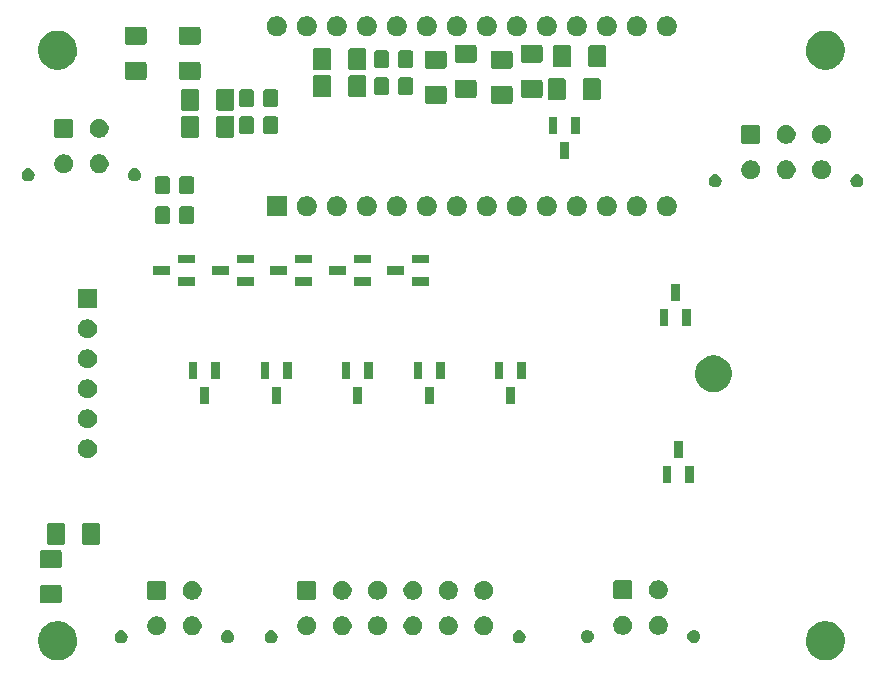
<source format=gbr>
G04 #@! TF.GenerationSoftware,KiCad,Pcbnew,(5.1.6)-1*
G04 #@! TF.CreationDate,2020-10-21T13:59:54+11:00*
G04 #@! TF.ProjectId,DashDriver-V1,44617368-4472-4697-9665-722d56312e6b,rev?*
G04 #@! TF.SameCoordinates,Original*
G04 #@! TF.FileFunction,Soldermask,Bot*
G04 #@! TF.FilePolarity,Negative*
%FSLAX46Y46*%
G04 Gerber Fmt 4.6, Leading zero omitted, Abs format (unit mm)*
G04 Created by KiCad (PCBNEW (5.1.6)-1) date 2020-10-21 13:59:54*
%MOMM*%
%LPD*%
G01*
G04 APERTURE LIST*
%ADD10C,0.100000*%
G04 APERTURE END LIST*
D10*
G36*
X154783256Y-89031298D02*
G01*
X154889579Y-89052447D01*
X155190042Y-89176903D01*
X155460451Y-89357585D01*
X155690415Y-89587549D01*
X155855095Y-89834010D01*
X155871098Y-89857960D01*
X155876337Y-89870608D01*
X155958861Y-90069838D01*
X155995553Y-90158422D01*
X156059000Y-90477389D01*
X156059000Y-90802611D01*
X156016702Y-91015256D01*
X155995553Y-91121579D01*
X155871097Y-91422042D01*
X155690415Y-91692451D01*
X155460451Y-91922415D01*
X155190042Y-92103097D01*
X154889579Y-92227553D01*
X154783256Y-92248702D01*
X154570611Y-92291000D01*
X154245389Y-92291000D01*
X154032744Y-92248702D01*
X153926421Y-92227553D01*
X153625958Y-92103097D01*
X153355549Y-91922415D01*
X153125585Y-91692451D01*
X152944903Y-91422042D01*
X152820447Y-91121579D01*
X152799298Y-91015256D01*
X152757000Y-90802611D01*
X152757000Y-90477389D01*
X152820447Y-90158422D01*
X152857140Y-90069838D01*
X152939663Y-89870608D01*
X152944902Y-89857960D01*
X152960905Y-89834010D01*
X153125585Y-89587549D01*
X153355549Y-89357585D01*
X153625958Y-89176903D01*
X153926421Y-89052447D01*
X154032744Y-89031298D01*
X154245389Y-88989000D01*
X154570611Y-88989000D01*
X154783256Y-89031298D01*
G37*
G36*
X89783256Y-89031298D02*
G01*
X89889579Y-89052447D01*
X90190042Y-89176903D01*
X90460451Y-89357585D01*
X90690415Y-89587549D01*
X90855095Y-89834010D01*
X90871098Y-89857960D01*
X90876337Y-89870608D01*
X90958861Y-90069838D01*
X90995553Y-90158422D01*
X91059000Y-90477389D01*
X91059000Y-90802611D01*
X91016702Y-91015256D01*
X90995553Y-91121579D01*
X90871097Y-91422042D01*
X90690415Y-91692451D01*
X90460451Y-91922415D01*
X90190042Y-92103097D01*
X89889579Y-92227553D01*
X89783256Y-92248702D01*
X89570611Y-92291000D01*
X89245389Y-92291000D01*
X89032744Y-92248702D01*
X88926421Y-92227553D01*
X88625958Y-92103097D01*
X88355549Y-91922415D01*
X88125585Y-91692451D01*
X87944903Y-91422042D01*
X87820447Y-91121579D01*
X87799298Y-91015256D01*
X87757000Y-90802611D01*
X87757000Y-90477389D01*
X87820447Y-90158422D01*
X87857140Y-90069838D01*
X87939663Y-89870608D01*
X87944902Y-89857960D01*
X87960905Y-89834010D01*
X88125585Y-89587549D01*
X88355549Y-89357585D01*
X88625958Y-89176903D01*
X88926421Y-89052447D01*
X89032744Y-89031298D01*
X89245389Y-88989000D01*
X89570611Y-88989000D01*
X89783256Y-89031298D01*
G37*
G36*
X128650721Y-89770174D02*
G01*
X128750995Y-89811709D01*
X128750996Y-89811710D01*
X128841242Y-89872010D01*
X128917990Y-89948758D01*
X128917991Y-89948760D01*
X128978291Y-90039005D01*
X129019826Y-90139279D01*
X129041000Y-90245730D01*
X129041000Y-90354270D01*
X129019826Y-90460721D01*
X128978291Y-90560995D01*
X128978290Y-90560996D01*
X128917990Y-90651242D01*
X128841242Y-90727990D01*
X128807867Y-90750290D01*
X128750995Y-90788291D01*
X128650721Y-90829826D01*
X128544270Y-90851000D01*
X128435730Y-90851000D01*
X128329279Y-90829826D01*
X128229005Y-90788291D01*
X128172133Y-90750290D01*
X128138758Y-90727990D01*
X128062010Y-90651242D01*
X128001710Y-90560996D01*
X128001709Y-90560995D01*
X127960174Y-90460721D01*
X127939000Y-90354270D01*
X127939000Y-90245730D01*
X127960174Y-90139279D01*
X128001709Y-90039005D01*
X128062009Y-89948760D01*
X128062010Y-89948758D01*
X128138758Y-89872010D01*
X128229004Y-89811710D01*
X128229005Y-89811709D01*
X128329279Y-89770174D01*
X128435730Y-89749000D01*
X128544270Y-89749000D01*
X128650721Y-89770174D01*
G37*
G36*
X94950721Y-89770174D02*
G01*
X95050995Y-89811709D01*
X95050996Y-89811710D01*
X95141242Y-89872010D01*
X95217990Y-89948758D01*
X95217991Y-89948760D01*
X95278291Y-90039005D01*
X95319826Y-90139279D01*
X95341000Y-90245730D01*
X95341000Y-90354270D01*
X95319826Y-90460721D01*
X95278291Y-90560995D01*
X95278290Y-90560996D01*
X95217990Y-90651242D01*
X95141242Y-90727990D01*
X95107867Y-90750290D01*
X95050995Y-90788291D01*
X94950721Y-90829826D01*
X94844270Y-90851000D01*
X94735730Y-90851000D01*
X94629279Y-90829826D01*
X94529005Y-90788291D01*
X94472133Y-90750290D01*
X94438758Y-90727990D01*
X94362010Y-90651242D01*
X94301710Y-90560996D01*
X94301709Y-90560995D01*
X94260174Y-90460721D01*
X94239000Y-90354270D01*
X94239000Y-90245730D01*
X94260174Y-90139279D01*
X94301709Y-90039005D01*
X94362009Y-89948760D01*
X94362010Y-89948758D01*
X94438758Y-89872010D01*
X94529004Y-89811710D01*
X94529005Y-89811709D01*
X94629279Y-89770174D01*
X94735730Y-89749000D01*
X94844270Y-89749000D01*
X94950721Y-89770174D01*
G37*
G36*
X103950721Y-89770174D02*
G01*
X104050995Y-89811709D01*
X104050996Y-89811710D01*
X104141242Y-89872010D01*
X104217990Y-89948758D01*
X104217991Y-89948760D01*
X104278291Y-90039005D01*
X104319826Y-90139279D01*
X104341000Y-90245730D01*
X104341000Y-90354270D01*
X104319826Y-90460721D01*
X104278291Y-90560995D01*
X104278290Y-90560996D01*
X104217990Y-90651242D01*
X104141242Y-90727990D01*
X104107867Y-90750290D01*
X104050995Y-90788291D01*
X103950721Y-90829826D01*
X103844270Y-90851000D01*
X103735730Y-90851000D01*
X103629279Y-90829826D01*
X103529005Y-90788291D01*
X103472133Y-90750290D01*
X103438758Y-90727990D01*
X103362010Y-90651242D01*
X103301710Y-90560996D01*
X103301709Y-90560995D01*
X103260174Y-90460721D01*
X103239000Y-90354270D01*
X103239000Y-90245730D01*
X103260174Y-90139279D01*
X103301709Y-90039005D01*
X103362009Y-89948760D01*
X103362010Y-89948758D01*
X103438758Y-89872010D01*
X103529004Y-89811710D01*
X103529005Y-89811709D01*
X103629279Y-89770174D01*
X103735730Y-89749000D01*
X103844270Y-89749000D01*
X103950721Y-89770174D01*
G37*
G36*
X107650721Y-89770174D02*
G01*
X107750995Y-89811709D01*
X107750996Y-89811710D01*
X107841242Y-89872010D01*
X107917990Y-89948758D01*
X107917991Y-89948760D01*
X107978291Y-90039005D01*
X108019826Y-90139279D01*
X108041000Y-90245730D01*
X108041000Y-90354270D01*
X108019826Y-90460721D01*
X107978291Y-90560995D01*
X107978290Y-90560996D01*
X107917990Y-90651242D01*
X107841242Y-90727990D01*
X107807867Y-90750290D01*
X107750995Y-90788291D01*
X107650721Y-90829826D01*
X107544270Y-90851000D01*
X107435730Y-90851000D01*
X107329279Y-90829826D01*
X107229005Y-90788291D01*
X107172133Y-90750290D01*
X107138758Y-90727990D01*
X107062010Y-90651242D01*
X107001710Y-90560996D01*
X107001709Y-90560995D01*
X106960174Y-90460721D01*
X106939000Y-90354270D01*
X106939000Y-90245730D01*
X106960174Y-90139279D01*
X107001709Y-90039005D01*
X107062009Y-89948760D01*
X107062010Y-89948758D01*
X107138758Y-89872010D01*
X107229004Y-89811710D01*
X107229005Y-89811709D01*
X107329279Y-89770174D01*
X107435730Y-89749000D01*
X107544270Y-89749000D01*
X107650721Y-89770174D01*
G37*
G36*
X143423721Y-89732174D02*
G01*
X143523995Y-89773709D01*
X143523996Y-89773710D01*
X143614242Y-89834010D01*
X143690990Y-89910758D01*
X143690991Y-89910760D01*
X143751291Y-90001005D01*
X143792826Y-90101279D01*
X143814000Y-90207730D01*
X143814000Y-90316270D01*
X143792826Y-90422721D01*
X143751291Y-90522995D01*
X143751290Y-90522996D01*
X143690990Y-90613242D01*
X143614242Y-90689990D01*
X143568812Y-90720345D01*
X143523995Y-90750291D01*
X143423721Y-90791826D01*
X143317270Y-90813000D01*
X143208730Y-90813000D01*
X143102279Y-90791826D01*
X143002005Y-90750291D01*
X142957188Y-90720345D01*
X142911758Y-90689990D01*
X142835010Y-90613242D01*
X142774710Y-90522996D01*
X142774709Y-90522995D01*
X142733174Y-90422721D01*
X142712000Y-90316270D01*
X142712000Y-90207730D01*
X142733174Y-90101279D01*
X142774709Y-90001005D01*
X142835009Y-89910760D01*
X142835010Y-89910758D01*
X142911758Y-89834010D01*
X143002004Y-89773710D01*
X143002005Y-89773709D01*
X143102279Y-89732174D01*
X143208730Y-89711000D01*
X143317270Y-89711000D01*
X143423721Y-89732174D01*
G37*
G36*
X134423721Y-89732174D02*
G01*
X134523995Y-89773709D01*
X134523996Y-89773710D01*
X134614242Y-89834010D01*
X134690990Y-89910758D01*
X134690991Y-89910760D01*
X134751291Y-90001005D01*
X134792826Y-90101279D01*
X134814000Y-90207730D01*
X134814000Y-90316270D01*
X134792826Y-90422721D01*
X134751291Y-90522995D01*
X134751290Y-90522996D01*
X134690990Y-90613242D01*
X134614242Y-90689990D01*
X134568812Y-90720345D01*
X134523995Y-90750291D01*
X134423721Y-90791826D01*
X134317270Y-90813000D01*
X134208730Y-90813000D01*
X134102279Y-90791826D01*
X134002005Y-90750291D01*
X133957188Y-90720345D01*
X133911758Y-90689990D01*
X133835010Y-90613242D01*
X133774710Y-90522996D01*
X133774709Y-90522995D01*
X133733174Y-90422721D01*
X133712000Y-90316270D01*
X133712000Y-90207730D01*
X133733174Y-90101279D01*
X133774709Y-90001005D01*
X133835009Y-89910760D01*
X133835010Y-89910758D01*
X133911758Y-89834010D01*
X134002004Y-89773710D01*
X134002005Y-89773709D01*
X134102279Y-89732174D01*
X134208730Y-89711000D01*
X134317270Y-89711000D01*
X134423721Y-89732174D01*
G37*
G36*
X116723642Y-88589781D02*
G01*
X116869414Y-88650162D01*
X116869416Y-88650163D01*
X117000608Y-88737822D01*
X117112178Y-88849392D01*
X117199837Y-88980584D01*
X117199838Y-88980586D01*
X117260219Y-89126358D01*
X117291000Y-89281107D01*
X117291000Y-89438893D01*
X117260219Y-89593642D01*
X117199838Y-89739414D01*
X117199837Y-89739416D01*
X117112178Y-89870608D01*
X117000608Y-89982178D01*
X116869416Y-90069837D01*
X116869415Y-90069838D01*
X116869414Y-90069838D01*
X116723642Y-90130219D01*
X116568893Y-90161000D01*
X116411107Y-90161000D01*
X116256358Y-90130219D01*
X116110586Y-90069838D01*
X116110585Y-90069838D01*
X116110584Y-90069837D01*
X115979392Y-89982178D01*
X115867822Y-89870608D01*
X115780163Y-89739416D01*
X115780162Y-89739414D01*
X115719781Y-89593642D01*
X115689000Y-89438893D01*
X115689000Y-89281107D01*
X115719781Y-89126358D01*
X115780162Y-88980586D01*
X115780163Y-88980584D01*
X115867822Y-88849392D01*
X115979392Y-88737822D01*
X116110584Y-88650163D01*
X116110586Y-88650162D01*
X116256358Y-88589781D01*
X116411107Y-88559000D01*
X116568893Y-88559000D01*
X116723642Y-88589781D01*
G37*
G36*
X113723642Y-88589781D02*
G01*
X113869414Y-88650162D01*
X113869416Y-88650163D01*
X114000608Y-88737822D01*
X114112178Y-88849392D01*
X114199837Y-88980584D01*
X114199838Y-88980586D01*
X114260219Y-89126358D01*
X114291000Y-89281107D01*
X114291000Y-89438893D01*
X114260219Y-89593642D01*
X114199838Y-89739414D01*
X114199837Y-89739416D01*
X114112178Y-89870608D01*
X114000608Y-89982178D01*
X113869416Y-90069837D01*
X113869415Y-90069838D01*
X113869414Y-90069838D01*
X113723642Y-90130219D01*
X113568893Y-90161000D01*
X113411107Y-90161000D01*
X113256358Y-90130219D01*
X113110586Y-90069838D01*
X113110585Y-90069838D01*
X113110584Y-90069837D01*
X112979392Y-89982178D01*
X112867822Y-89870608D01*
X112780163Y-89739416D01*
X112780162Y-89739414D01*
X112719781Y-89593642D01*
X112689000Y-89438893D01*
X112689000Y-89281107D01*
X112719781Y-89126358D01*
X112780162Y-88980586D01*
X112780163Y-88980584D01*
X112867822Y-88849392D01*
X112979392Y-88737822D01*
X113110584Y-88650163D01*
X113110586Y-88650162D01*
X113256358Y-88589781D01*
X113411107Y-88559000D01*
X113568893Y-88559000D01*
X113723642Y-88589781D01*
G37*
G36*
X119723642Y-88589781D02*
G01*
X119869414Y-88650162D01*
X119869416Y-88650163D01*
X120000608Y-88737822D01*
X120112178Y-88849392D01*
X120199837Y-88980584D01*
X120199838Y-88980586D01*
X120260219Y-89126358D01*
X120291000Y-89281107D01*
X120291000Y-89438893D01*
X120260219Y-89593642D01*
X120199838Y-89739414D01*
X120199837Y-89739416D01*
X120112178Y-89870608D01*
X120000608Y-89982178D01*
X119869416Y-90069837D01*
X119869415Y-90069838D01*
X119869414Y-90069838D01*
X119723642Y-90130219D01*
X119568893Y-90161000D01*
X119411107Y-90161000D01*
X119256358Y-90130219D01*
X119110586Y-90069838D01*
X119110585Y-90069838D01*
X119110584Y-90069837D01*
X118979392Y-89982178D01*
X118867822Y-89870608D01*
X118780163Y-89739416D01*
X118780162Y-89739414D01*
X118719781Y-89593642D01*
X118689000Y-89438893D01*
X118689000Y-89281107D01*
X118719781Y-89126358D01*
X118780162Y-88980586D01*
X118780163Y-88980584D01*
X118867822Y-88849392D01*
X118979392Y-88737822D01*
X119110584Y-88650163D01*
X119110586Y-88650162D01*
X119256358Y-88589781D01*
X119411107Y-88559000D01*
X119568893Y-88559000D01*
X119723642Y-88589781D01*
G37*
G36*
X122723642Y-88589781D02*
G01*
X122869414Y-88650162D01*
X122869416Y-88650163D01*
X123000608Y-88737822D01*
X123112178Y-88849392D01*
X123199837Y-88980584D01*
X123199838Y-88980586D01*
X123260219Y-89126358D01*
X123291000Y-89281107D01*
X123291000Y-89438893D01*
X123260219Y-89593642D01*
X123199838Y-89739414D01*
X123199837Y-89739416D01*
X123112178Y-89870608D01*
X123000608Y-89982178D01*
X122869416Y-90069837D01*
X122869415Y-90069838D01*
X122869414Y-90069838D01*
X122723642Y-90130219D01*
X122568893Y-90161000D01*
X122411107Y-90161000D01*
X122256358Y-90130219D01*
X122110586Y-90069838D01*
X122110585Y-90069838D01*
X122110584Y-90069837D01*
X121979392Y-89982178D01*
X121867822Y-89870608D01*
X121780163Y-89739416D01*
X121780162Y-89739414D01*
X121719781Y-89593642D01*
X121689000Y-89438893D01*
X121689000Y-89281107D01*
X121719781Y-89126358D01*
X121780162Y-88980586D01*
X121780163Y-88980584D01*
X121867822Y-88849392D01*
X121979392Y-88737822D01*
X122110584Y-88650163D01*
X122110586Y-88650162D01*
X122256358Y-88589781D01*
X122411107Y-88559000D01*
X122568893Y-88559000D01*
X122723642Y-88589781D01*
G37*
G36*
X125723642Y-88589781D02*
G01*
X125869414Y-88650162D01*
X125869416Y-88650163D01*
X126000608Y-88737822D01*
X126112178Y-88849392D01*
X126199837Y-88980584D01*
X126199838Y-88980586D01*
X126260219Y-89126358D01*
X126291000Y-89281107D01*
X126291000Y-89438893D01*
X126260219Y-89593642D01*
X126199838Y-89739414D01*
X126199837Y-89739416D01*
X126112178Y-89870608D01*
X126000608Y-89982178D01*
X125869416Y-90069837D01*
X125869415Y-90069838D01*
X125869414Y-90069838D01*
X125723642Y-90130219D01*
X125568893Y-90161000D01*
X125411107Y-90161000D01*
X125256358Y-90130219D01*
X125110586Y-90069838D01*
X125110585Y-90069838D01*
X125110584Y-90069837D01*
X124979392Y-89982178D01*
X124867822Y-89870608D01*
X124780163Y-89739416D01*
X124780162Y-89739414D01*
X124719781Y-89593642D01*
X124689000Y-89438893D01*
X124689000Y-89281107D01*
X124719781Y-89126358D01*
X124780162Y-88980586D01*
X124780163Y-88980584D01*
X124867822Y-88849392D01*
X124979392Y-88737822D01*
X125110584Y-88650163D01*
X125110586Y-88650162D01*
X125256358Y-88589781D01*
X125411107Y-88559000D01*
X125568893Y-88559000D01*
X125723642Y-88589781D01*
G37*
G36*
X110723642Y-88589781D02*
G01*
X110869414Y-88650162D01*
X110869416Y-88650163D01*
X111000608Y-88737822D01*
X111112178Y-88849392D01*
X111199837Y-88980584D01*
X111199838Y-88980586D01*
X111260219Y-89126358D01*
X111291000Y-89281107D01*
X111291000Y-89438893D01*
X111260219Y-89593642D01*
X111199838Y-89739414D01*
X111199837Y-89739416D01*
X111112178Y-89870608D01*
X111000608Y-89982178D01*
X110869416Y-90069837D01*
X110869415Y-90069838D01*
X110869414Y-90069838D01*
X110723642Y-90130219D01*
X110568893Y-90161000D01*
X110411107Y-90161000D01*
X110256358Y-90130219D01*
X110110586Y-90069838D01*
X110110585Y-90069838D01*
X110110584Y-90069837D01*
X109979392Y-89982178D01*
X109867822Y-89870608D01*
X109780163Y-89739416D01*
X109780162Y-89739414D01*
X109719781Y-89593642D01*
X109689000Y-89438893D01*
X109689000Y-89281107D01*
X109719781Y-89126358D01*
X109780162Y-88980586D01*
X109780163Y-88980584D01*
X109867822Y-88849392D01*
X109979392Y-88737822D01*
X110110584Y-88650163D01*
X110110586Y-88650162D01*
X110256358Y-88589781D01*
X110411107Y-88559000D01*
X110568893Y-88559000D01*
X110723642Y-88589781D01*
G37*
G36*
X101023642Y-88589781D02*
G01*
X101169414Y-88650162D01*
X101169416Y-88650163D01*
X101300608Y-88737822D01*
X101412178Y-88849392D01*
X101499837Y-88980584D01*
X101499838Y-88980586D01*
X101560219Y-89126358D01*
X101591000Y-89281107D01*
X101591000Y-89438893D01*
X101560219Y-89593642D01*
X101499838Y-89739414D01*
X101499837Y-89739416D01*
X101412178Y-89870608D01*
X101300608Y-89982178D01*
X101169416Y-90069837D01*
X101169415Y-90069838D01*
X101169414Y-90069838D01*
X101023642Y-90130219D01*
X100868893Y-90161000D01*
X100711107Y-90161000D01*
X100556358Y-90130219D01*
X100410586Y-90069838D01*
X100410585Y-90069838D01*
X100410584Y-90069837D01*
X100279392Y-89982178D01*
X100167822Y-89870608D01*
X100080163Y-89739416D01*
X100080162Y-89739414D01*
X100019781Y-89593642D01*
X99989000Y-89438893D01*
X99989000Y-89281107D01*
X100019781Y-89126358D01*
X100080162Y-88980586D01*
X100080163Y-88980584D01*
X100167822Y-88849392D01*
X100279392Y-88737822D01*
X100410584Y-88650163D01*
X100410586Y-88650162D01*
X100556358Y-88589781D01*
X100711107Y-88559000D01*
X100868893Y-88559000D01*
X101023642Y-88589781D01*
G37*
G36*
X98023642Y-88589781D02*
G01*
X98169414Y-88650162D01*
X98169416Y-88650163D01*
X98300608Y-88737822D01*
X98412178Y-88849392D01*
X98499837Y-88980584D01*
X98499838Y-88980586D01*
X98560219Y-89126358D01*
X98591000Y-89281107D01*
X98591000Y-89438893D01*
X98560219Y-89593642D01*
X98499838Y-89739414D01*
X98499837Y-89739416D01*
X98412178Y-89870608D01*
X98300608Y-89982178D01*
X98169416Y-90069837D01*
X98169415Y-90069838D01*
X98169414Y-90069838D01*
X98023642Y-90130219D01*
X97868893Y-90161000D01*
X97711107Y-90161000D01*
X97556358Y-90130219D01*
X97410586Y-90069838D01*
X97410585Y-90069838D01*
X97410584Y-90069837D01*
X97279392Y-89982178D01*
X97167822Y-89870608D01*
X97080163Y-89739416D01*
X97080162Y-89739414D01*
X97019781Y-89593642D01*
X96989000Y-89438893D01*
X96989000Y-89281107D01*
X97019781Y-89126358D01*
X97080162Y-88980586D01*
X97080163Y-88980584D01*
X97167822Y-88849392D01*
X97279392Y-88737822D01*
X97410584Y-88650163D01*
X97410586Y-88650162D01*
X97556358Y-88589781D01*
X97711107Y-88559000D01*
X97868893Y-88559000D01*
X98023642Y-88589781D01*
G37*
G36*
X137496642Y-88551781D02*
G01*
X137642414Y-88612162D01*
X137642416Y-88612163D01*
X137773608Y-88699822D01*
X137885178Y-88811392D01*
X137910569Y-88849393D01*
X137972838Y-88942586D01*
X138033219Y-89088358D01*
X138064000Y-89243107D01*
X138064000Y-89400893D01*
X138033219Y-89555642D01*
X138017478Y-89593643D01*
X137972837Y-89701416D01*
X137885178Y-89832608D01*
X137773608Y-89944178D01*
X137642416Y-90031837D01*
X137642415Y-90031838D01*
X137642414Y-90031838D01*
X137496642Y-90092219D01*
X137341893Y-90123000D01*
X137184107Y-90123000D01*
X137029358Y-90092219D01*
X136883586Y-90031838D01*
X136883585Y-90031838D01*
X136883584Y-90031837D01*
X136752392Y-89944178D01*
X136640822Y-89832608D01*
X136553163Y-89701416D01*
X136508522Y-89593643D01*
X136492781Y-89555642D01*
X136462000Y-89400893D01*
X136462000Y-89243107D01*
X136492781Y-89088358D01*
X136553162Y-88942586D01*
X136615431Y-88849393D01*
X136640822Y-88811392D01*
X136752392Y-88699822D01*
X136883584Y-88612163D01*
X136883586Y-88612162D01*
X137029358Y-88551781D01*
X137184107Y-88521000D01*
X137341893Y-88521000D01*
X137496642Y-88551781D01*
G37*
G36*
X140496642Y-88551781D02*
G01*
X140642414Y-88612162D01*
X140642416Y-88612163D01*
X140773608Y-88699822D01*
X140885178Y-88811392D01*
X140910569Y-88849393D01*
X140972838Y-88942586D01*
X141033219Y-89088358D01*
X141064000Y-89243107D01*
X141064000Y-89400893D01*
X141033219Y-89555642D01*
X141017478Y-89593643D01*
X140972837Y-89701416D01*
X140885178Y-89832608D01*
X140773608Y-89944178D01*
X140642416Y-90031837D01*
X140642415Y-90031838D01*
X140642414Y-90031838D01*
X140496642Y-90092219D01*
X140341893Y-90123000D01*
X140184107Y-90123000D01*
X140029358Y-90092219D01*
X139883586Y-90031838D01*
X139883585Y-90031838D01*
X139883584Y-90031837D01*
X139752392Y-89944178D01*
X139640822Y-89832608D01*
X139553163Y-89701416D01*
X139508522Y-89593643D01*
X139492781Y-89555642D01*
X139462000Y-89400893D01*
X139462000Y-89243107D01*
X139492781Y-89088358D01*
X139553162Y-88942586D01*
X139615431Y-88849393D01*
X139640822Y-88811392D01*
X139752392Y-88699822D01*
X139883584Y-88612163D01*
X139883586Y-88612162D01*
X140029358Y-88551781D01*
X140184107Y-88521000D01*
X140341893Y-88521000D01*
X140496642Y-88551781D01*
G37*
G36*
X89600762Y-85932581D02*
G01*
X89635681Y-85943174D01*
X89667863Y-85960376D01*
X89696073Y-85983527D01*
X89719224Y-86011737D01*
X89736426Y-86043919D01*
X89747019Y-86078838D01*
X89751200Y-86121295D01*
X89751200Y-87262503D01*
X89747019Y-87304962D01*
X89736426Y-87339881D01*
X89719224Y-87372063D01*
X89696073Y-87400273D01*
X89667863Y-87423424D01*
X89635681Y-87440626D01*
X89600762Y-87451219D01*
X89558305Y-87455400D01*
X88092095Y-87455400D01*
X88049638Y-87451219D01*
X88014719Y-87440626D01*
X87982537Y-87423424D01*
X87954327Y-87400273D01*
X87931176Y-87372063D01*
X87913974Y-87339881D01*
X87903381Y-87304962D01*
X87899200Y-87262503D01*
X87899200Y-86121295D01*
X87903381Y-86078838D01*
X87913974Y-86043919D01*
X87931176Y-86011737D01*
X87954327Y-85983527D01*
X87982537Y-85960376D01*
X88014719Y-85943174D01*
X88049638Y-85932581D01*
X88092095Y-85928400D01*
X89558305Y-85928400D01*
X89600762Y-85932581D01*
G37*
G36*
X101023642Y-85589781D02*
G01*
X101144067Y-85639663D01*
X101169416Y-85650163D01*
X101300608Y-85737822D01*
X101412178Y-85849392D01*
X101499837Y-85980584D01*
X101499838Y-85980586D01*
X101560219Y-86126358D01*
X101591000Y-86281107D01*
X101591000Y-86438893D01*
X101560219Y-86593642D01*
X101515578Y-86701414D01*
X101499837Y-86739416D01*
X101412178Y-86870608D01*
X101300608Y-86982178D01*
X101169416Y-87069837D01*
X101169415Y-87069838D01*
X101169414Y-87069838D01*
X101023642Y-87130219D01*
X100868893Y-87161000D01*
X100711107Y-87161000D01*
X100556358Y-87130219D01*
X100410586Y-87069838D01*
X100410585Y-87069838D01*
X100410584Y-87069837D01*
X100279392Y-86982178D01*
X100167822Y-86870608D01*
X100080163Y-86739416D01*
X100064422Y-86701414D01*
X100019781Y-86593642D01*
X99989000Y-86438893D01*
X99989000Y-86281107D01*
X100019781Y-86126358D01*
X100080162Y-85980586D01*
X100080163Y-85980584D01*
X100167822Y-85849392D01*
X100279392Y-85737822D01*
X100410584Y-85650163D01*
X100435933Y-85639663D01*
X100556358Y-85589781D01*
X100711107Y-85559000D01*
X100868893Y-85559000D01*
X101023642Y-85589781D01*
G37*
G36*
X125723642Y-85589781D02*
G01*
X125844067Y-85639663D01*
X125869416Y-85650163D01*
X126000608Y-85737822D01*
X126112178Y-85849392D01*
X126199837Y-85980584D01*
X126199838Y-85980586D01*
X126260219Y-86126358D01*
X126291000Y-86281107D01*
X126291000Y-86438893D01*
X126260219Y-86593642D01*
X126215578Y-86701414D01*
X126199837Y-86739416D01*
X126112178Y-86870608D01*
X126000608Y-86982178D01*
X125869416Y-87069837D01*
X125869415Y-87069838D01*
X125869414Y-87069838D01*
X125723642Y-87130219D01*
X125568893Y-87161000D01*
X125411107Y-87161000D01*
X125256358Y-87130219D01*
X125110586Y-87069838D01*
X125110585Y-87069838D01*
X125110584Y-87069837D01*
X124979392Y-86982178D01*
X124867822Y-86870608D01*
X124780163Y-86739416D01*
X124764422Y-86701414D01*
X124719781Y-86593642D01*
X124689000Y-86438893D01*
X124689000Y-86281107D01*
X124719781Y-86126358D01*
X124780162Y-85980586D01*
X124780163Y-85980584D01*
X124867822Y-85849392D01*
X124979392Y-85737822D01*
X125110584Y-85650163D01*
X125135933Y-85639663D01*
X125256358Y-85589781D01*
X125411107Y-85559000D01*
X125568893Y-85559000D01*
X125723642Y-85589781D01*
G37*
G36*
X122723642Y-85589781D02*
G01*
X122844067Y-85639663D01*
X122869416Y-85650163D01*
X123000608Y-85737822D01*
X123112178Y-85849392D01*
X123199837Y-85980584D01*
X123199838Y-85980586D01*
X123260219Y-86126358D01*
X123291000Y-86281107D01*
X123291000Y-86438893D01*
X123260219Y-86593642D01*
X123215578Y-86701414D01*
X123199837Y-86739416D01*
X123112178Y-86870608D01*
X123000608Y-86982178D01*
X122869416Y-87069837D01*
X122869415Y-87069838D01*
X122869414Y-87069838D01*
X122723642Y-87130219D01*
X122568893Y-87161000D01*
X122411107Y-87161000D01*
X122256358Y-87130219D01*
X122110586Y-87069838D01*
X122110585Y-87069838D01*
X122110584Y-87069837D01*
X121979392Y-86982178D01*
X121867822Y-86870608D01*
X121780163Y-86739416D01*
X121764422Y-86701414D01*
X121719781Y-86593642D01*
X121689000Y-86438893D01*
X121689000Y-86281107D01*
X121719781Y-86126358D01*
X121780162Y-85980586D01*
X121780163Y-85980584D01*
X121867822Y-85849392D01*
X121979392Y-85737822D01*
X122110584Y-85650163D01*
X122135933Y-85639663D01*
X122256358Y-85589781D01*
X122411107Y-85559000D01*
X122568893Y-85559000D01*
X122723642Y-85589781D01*
G37*
G36*
X113723642Y-85589781D02*
G01*
X113844067Y-85639663D01*
X113869416Y-85650163D01*
X114000608Y-85737822D01*
X114112178Y-85849392D01*
X114199837Y-85980584D01*
X114199838Y-85980586D01*
X114260219Y-86126358D01*
X114291000Y-86281107D01*
X114291000Y-86438893D01*
X114260219Y-86593642D01*
X114215578Y-86701414D01*
X114199837Y-86739416D01*
X114112178Y-86870608D01*
X114000608Y-86982178D01*
X113869416Y-87069837D01*
X113869415Y-87069838D01*
X113869414Y-87069838D01*
X113723642Y-87130219D01*
X113568893Y-87161000D01*
X113411107Y-87161000D01*
X113256358Y-87130219D01*
X113110586Y-87069838D01*
X113110585Y-87069838D01*
X113110584Y-87069837D01*
X112979392Y-86982178D01*
X112867822Y-86870608D01*
X112780163Y-86739416D01*
X112764422Y-86701414D01*
X112719781Y-86593642D01*
X112689000Y-86438893D01*
X112689000Y-86281107D01*
X112719781Y-86126358D01*
X112780162Y-85980586D01*
X112780163Y-85980584D01*
X112867822Y-85849392D01*
X112979392Y-85737822D01*
X113110584Y-85650163D01*
X113135933Y-85639663D01*
X113256358Y-85589781D01*
X113411107Y-85559000D01*
X113568893Y-85559000D01*
X113723642Y-85589781D01*
G37*
G36*
X116723642Y-85589781D02*
G01*
X116844067Y-85639663D01*
X116869416Y-85650163D01*
X117000608Y-85737822D01*
X117112178Y-85849392D01*
X117199837Y-85980584D01*
X117199838Y-85980586D01*
X117260219Y-86126358D01*
X117291000Y-86281107D01*
X117291000Y-86438893D01*
X117260219Y-86593642D01*
X117215578Y-86701414D01*
X117199837Y-86739416D01*
X117112178Y-86870608D01*
X117000608Y-86982178D01*
X116869416Y-87069837D01*
X116869415Y-87069838D01*
X116869414Y-87069838D01*
X116723642Y-87130219D01*
X116568893Y-87161000D01*
X116411107Y-87161000D01*
X116256358Y-87130219D01*
X116110586Y-87069838D01*
X116110585Y-87069838D01*
X116110584Y-87069837D01*
X115979392Y-86982178D01*
X115867822Y-86870608D01*
X115780163Y-86739416D01*
X115764422Y-86701414D01*
X115719781Y-86593642D01*
X115689000Y-86438893D01*
X115689000Y-86281107D01*
X115719781Y-86126358D01*
X115780162Y-85980586D01*
X115780163Y-85980584D01*
X115867822Y-85849392D01*
X115979392Y-85737822D01*
X116110584Y-85650163D01*
X116135933Y-85639663D01*
X116256358Y-85589781D01*
X116411107Y-85559000D01*
X116568893Y-85559000D01*
X116723642Y-85589781D01*
G37*
G36*
X119723642Y-85589781D02*
G01*
X119844067Y-85639663D01*
X119869416Y-85650163D01*
X120000608Y-85737822D01*
X120112178Y-85849392D01*
X120199837Y-85980584D01*
X120199838Y-85980586D01*
X120260219Y-86126358D01*
X120291000Y-86281107D01*
X120291000Y-86438893D01*
X120260219Y-86593642D01*
X120215578Y-86701414D01*
X120199837Y-86739416D01*
X120112178Y-86870608D01*
X120000608Y-86982178D01*
X119869416Y-87069837D01*
X119869415Y-87069838D01*
X119869414Y-87069838D01*
X119723642Y-87130219D01*
X119568893Y-87161000D01*
X119411107Y-87161000D01*
X119256358Y-87130219D01*
X119110586Y-87069838D01*
X119110585Y-87069838D01*
X119110584Y-87069837D01*
X118979392Y-86982178D01*
X118867822Y-86870608D01*
X118780163Y-86739416D01*
X118764422Y-86701414D01*
X118719781Y-86593642D01*
X118689000Y-86438893D01*
X118689000Y-86281107D01*
X118719781Y-86126358D01*
X118780162Y-85980586D01*
X118780163Y-85980584D01*
X118867822Y-85849392D01*
X118979392Y-85737822D01*
X119110584Y-85650163D01*
X119135933Y-85639663D01*
X119256358Y-85589781D01*
X119411107Y-85559000D01*
X119568893Y-85559000D01*
X119723642Y-85589781D01*
G37*
G36*
X98443048Y-85563122D02*
G01*
X98477387Y-85573539D01*
X98509036Y-85590456D01*
X98536778Y-85613222D01*
X98559544Y-85640964D01*
X98576461Y-85672613D01*
X98586878Y-85706952D01*
X98591000Y-85748807D01*
X98591000Y-86971193D01*
X98586878Y-87013048D01*
X98576461Y-87047387D01*
X98559544Y-87079036D01*
X98536778Y-87106778D01*
X98509036Y-87129544D01*
X98477387Y-87146461D01*
X98443048Y-87156878D01*
X98401193Y-87161000D01*
X97178807Y-87161000D01*
X97136952Y-87156878D01*
X97102613Y-87146461D01*
X97070964Y-87129544D01*
X97043222Y-87106778D01*
X97020456Y-87079036D01*
X97003539Y-87047387D01*
X96993122Y-87013048D01*
X96989000Y-86971193D01*
X96989000Y-85748807D01*
X96993122Y-85706952D01*
X97003539Y-85672613D01*
X97020456Y-85640964D01*
X97043222Y-85613222D01*
X97070964Y-85590456D01*
X97102613Y-85573539D01*
X97136952Y-85563122D01*
X97178807Y-85559000D01*
X98401193Y-85559000D01*
X98443048Y-85563122D01*
G37*
G36*
X111143048Y-85563122D02*
G01*
X111177387Y-85573539D01*
X111209036Y-85590456D01*
X111236778Y-85613222D01*
X111259544Y-85640964D01*
X111276461Y-85672613D01*
X111286878Y-85706952D01*
X111291000Y-85748807D01*
X111291000Y-86971193D01*
X111286878Y-87013048D01*
X111276461Y-87047387D01*
X111259544Y-87079036D01*
X111236778Y-87106778D01*
X111209036Y-87129544D01*
X111177387Y-87146461D01*
X111143048Y-87156878D01*
X111101193Y-87161000D01*
X109878807Y-87161000D01*
X109836952Y-87156878D01*
X109802613Y-87146461D01*
X109770964Y-87129544D01*
X109743222Y-87106778D01*
X109720456Y-87079036D01*
X109703539Y-87047387D01*
X109693122Y-87013048D01*
X109689000Y-86971193D01*
X109689000Y-85748807D01*
X109693122Y-85706952D01*
X109703539Y-85672613D01*
X109720456Y-85640964D01*
X109743222Y-85613222D01*
X109770964Y-85590456D01*
X109802613Y-85573539D01*
X109836952Y-85563122D01*
X109878807Y-85559000D01*
X111101193Y-85559000D01*
X111143048Y-85563122D01*
G37*
G36*
X140496642Y-85551781D02*
G01*
X140620208Y-85602964D01*
X140642416Y-85612163D01*
X140773608Y-85699822D01*
X140885178Y-85811392D01*
X140966153Y-85932581D01*
X140972838Y-85942586D01*
X141033219Y-86088358D01*
X141064000Y-86243107D01*
X141064000Y-86400893D01*
X141033219Y-86555642D01*
X141017478Y-86593643D01*
X140972837Y-86701416D01*
X140885178Y-86832608D01*
X140773608Y-86944178D01*
X140642416Y-87031837D01*
X140642415Y-87031838D01*
X140642414Y-87031838D01*
X140496642Y-87092219D01*
X140341893Y-87123000D01*
X140184107Y-87123000D01*
X140029358Y-87092219D01*
X139883586Y-87031838D01*
X139883585Y-87031838D01*
X139883584Y-87031837D01*
X139752392Y-86944178D01*
X139640822Y-86832608D01*
X139553163Y-86701416D01*
X139508522Y-86593643D01*
X139492781Y-86555642D01*
X139462000Y-86400893D01*
X139462000Y-86243107D01*
X139492781Y-86088358D01*
X139553162Y-85942586D01*
X139559847Y-85932581D01*
X139640822Y-85811392D01*
X139752392Y-85699822D01*
X139883584Y-85612163D01*
X139905792Y-85602964D01*
X140029358Y-85551781D01*
X140184107Y-85521000D01*
X140341893Y-85521000D01*
X140496642Y-85551781D01*
G37*
G36*
X137916048Y-85525122D02*
G01*
X137950387Y-85535539D01*
X137982036Y-85552456D01*
X138009778Y-85575222D01*
X138032544Y-85602964D01*
X138049461Y-85634613D01*
X138059878Y-85668952D01*
X138064000Y-85710807D01*
X138064000Y-86933193D01*
X138059878Y-86975048D01*
X138049461Y-87009387D01*
X138032544Y-87041036D01*
X138009778Y-87068778D01*
X137982036Y-87091544D01*
X137950387Y-87108461D01*
X137916048Y-87118878D01*
X137874193Y-87123000D01*
X136651807Y-87123000D01*
X136609952Y-87118878D01*
X136575613Y-87108461D01*
X136543964Y-87091544D01*
X136516222Y-87068778D01*
X136493456Y-87041036D01*
X136476539Y-87009387D01*
X136466122Y-86975048D01*
X136462000Y-86933193D01*
X136462000Y-85710807D01*
X136466122Y-85668952D01*
X136476539Y-85634613D01*
X136493456Y-85602964D01*
X136516222Y-85575222D01*
X136543964Y-85552456D01*
X136575613Y-85535539D01*
X136609952Y-85525122D01*
X136651807Y-85521000D01*
X137874193Y-85521000D01*
X137916048Y-85525122D01*
G37*
G36*
X89600762Y-82957581D02*
G01*
X89635681Y-82968174D01*
X89667863Y-82985376D01*
X89696073Y-83008527D01*
X89719224Y-83036737D01*
X89736426Y-83068919D01*
X89747019Y-83103838D01*
X89751200Y-83146295D01*
X89751200Y-84287505D01*
X89747019Y-84329962D01*
X89736426Y-84364881D01*
X89719224Y-84397063D01*
X89696073Y-84425273D01*
X89667863Y-84448424D01*
X89635681Y-84465626D01*
X89600762Y-84476219D01*
X89558305Y-84480400D01*
X88092095Y-84480400D01*
X88049638Y-84476219D01*
X88014719Y-84465626D01*
X87982537Y-84448424D01*
X87954327Y-84425273D01*
X87931176Y-84397063D01*
X87913974Y-84364881D01*
X87903381Y-84329962D01*
X87899200Y-84287505D01*
X87899200Y-83146295D01*
X87903381Y-83103838D01*
X87913974Y-83068919D01*
X87931176Y-83036737D01*
X87954327Y-83008527D01*
X87982537Y-82985376D01*
X88014719Y-82968174D01*
X88049638Y-82957581D01*
X88092095Y-82953400D01*
X89558305Y-82953400D01*
X89600762Y-82957581D01*
G37*
G36*
X92856162Y-80650381D02*
G01*
X92891081Y-80660974D01*
X92923263Y-80678176D01*
X92951473Y-80701327D01*
X92974624Y-80729537D01*
X92991826Y-80761719D01*
X93002419Y-80796638D01*
X93006600Y-80839095D01*
X93006600Y-82305305D01*
X93002419Y-82347762D01*
X92991826Y-82382681D01*
X92974624Y-82414863D01*
X92951473Y-82443073D01*
X92923263Y-82466224D01*
X92891081Y-82483426D01*
X92856162Y-82494019D01*
X92813705Y-82498200D01*
X91672495Y-82498200D01*
X91630038Y-82494019D01*
X91595119Y-82483426D01*
X91562937Y-82466224D01*
X91534727Y-82443073D01*
X91511576Y-82414863D01*
X91494374Y-82382681D01*
X91483781Y-82347762D01*
X91479600Y-82305305D01*
X91479600Y-80839095D01*
X91483781Y-80796638D01*
X91494374Y-80761719D01*
X91511576Y-80729537D01*
X91534727Y-80701327D01*
X91562937Y-80678176D01*
X91595119Y-80660974D01*
X91630038Y-80650381D01*
X91672495Y-80646200D01*
X92813705Y-80646200D01*
X92856162Y-80650381D01*
G37*
G36*
X89881162Y-80650381D02*
G01*
X89916081Y-80660974D01*
X89948263Y-80678176D01*
X89976473Y-80701327D01*
X89999624Y-80729537D01*
X90016826Y-80761719D01*
X90027419Y-80796638D01*
X90031600Y-80839095D01*
X90031600Y-82305305D01*
X90027419Y-82347762D01*
X90016826Y-82382681D01*
X89999624Y-82414863D01*
X89976473Y-82443073D01*
X89948263Y-82466224D01*
X89916081Y-82483426D01*
X89881162Y-82494019D01*
X89838705Y-82498200D01*
X88697495Y-82498200D01*
X88655038Y-82494019D01*
X88620119Y-82483426D01*
X88587937Y-82466224D01*
X88559727Y-82443073D01*
X88536576Y-82414863D01*
X88519374Y-82382681D01*
X88508781Y-82347762D01*
X88504600Y-82305305D01*
X88504600Y-80839095D01*
X88508781Y-80796638D01*
X88519374Y-80761719D01*
X88536576Y-80729537D01*
X88559727Y-80701327D01*
X88587937Y-80678176D01*
X88620119Y-80660974D01*
X88655038Y-80650381D01*
X88697495Y-80646200D01*
X89838705Y-80646200D01*
X89881162Y-80650381D01*
G37*
G36*
X143282000Y-77297000D02*
G01*
X142542000Y-77297000D01*
X142542000Y-75857000D01*
X143282000Y-75857000D01*
X143282000Y-77297000D01*
G37*
G36*
X141382000Y-77297000D02*
G01*
X140642000Y-77297000D01*
X140642000Y-75857000D01*
X141382000Y-75857000D01*
X141382000Y-77297000D01*
G37*
G36*
X142332000Y-75197000D02*
G01*
X141592000Y-75197000D01*
X141592000Y-73757000D01*
X142332000Y-73757000D01*
X142332000Y-75197000D01*
G37*
G36*
X92161142Y-73602242D02*
G01*
X92309101Y-73663529D01*
X92442255Y-73752499D01*
X92555501Y-73865745D01*
X92644471Y-73998899D01*
X92705758Y-74146858D01*
X92737000Y-74303925D01*
X92737000Y-74464075D01*
X92705758Y-74621142D01*
X92644471Y-74769101D01*
X92555501Y-74902255D01*
X92442255Y-75015501D01*
X92309101Y-75104471D01*
X92161142Y-75165758D01*
X92004075Y-75197000D01*
X91843925Y-75197000D01*
X91686858Y-75165758D01*
X91538899Y-75104471D01*
X91405745Y-75015501D01*
X91292499Y-74902255D01*
X91203529Y-74769101D01*
X91142242Y-74621142D01*
X91111000Y-74464075D01*
X91111000Y-74303925D01*
X91142242Y-74146858D01*
X91203529Y-73998899D01*
X91292499Y-73865745D01*
X91405745Y-73752499D01*
X91538899Y-73663529D01*
X91686858Y-73602242D01*
X91843925Y-73571000D01*
X92004075Y-73571000D01*
X92161142Y-73602242D01*
G37*
G36*
X92161142Y-71062242D02*
G01*
X92309101Y-71123529D01*
X92442255Y-71212499D01*
X92555501Y-71325745D01*
X92644471Y-71458899D01*
X92705758Y-71606858D01*
X92737000Y-71763925D01*
X92737000Y-71924075D01*
X92705758Y-72081142D01*
X92644471Y-72229101D01*
X92555501Y-72362255D01*
X92442255Y-72475501D01*
X92309101Y-72564471D01*
X92161142Y-72625758D01*
X92004075Y-72657000D01*
X91843925Y-72657000D01*
X91686858Y-72625758D01*
X91538899Y-72564471D01*
X91405745Y-72475501D01*
X91292499Y-72362255D01*
X91203529Y-72229101D01*
X91142242Y-72081142D01*
X91111000Y-71924075D01*
X91111000Y-71763925D01*
X91142242Y-71606858D01*
X91203529Y-71458899D01*
X91292499Y-71325745D01*
X91405745Y-71212499D01*
X91538899Y-71123529D01*
X91686858Y-71062242D01*
X91843925Y-71031000D01*
X92004075Y-71031000D01*
X92161142Y-71062242D01*
G37*
G36*
X121250000Y-70566000D02*
G01*
X120510000Y-70566000D01*
X120510000Y-69126000D01*
X121250000Y-69126000D01*
X121250000Y-70566000D01*
G37*
G36*
X102200000Y-70566000D02*
G01*
X101460000Y-70566000D01*
X101460000Y-69126000D01*
X102200000Y-69126000D01*
X102200000Y-70566000D01*
G37*
G36*
X108296000Y-70566000D02*
G01*
X107556000Y-70566000D01*
X107556000Y-69126000D01*
X108296000Y-69126000D01*
X108296000Y-70566000D01*
G37*
G36*
X128108000Y-70566000D02*
G01*
X127368000Y-70566000D01*
X127368000Y-69126000D01*
X128108000Y-69126000D01*
X128108000Y-70566000D01*
G37*
G36*
X115154000Y-70566000D02*
G01*
X114414000Y-70566000D01*
X114414000Y-69126000D01*
X115154000Y-69126000D01*
X115154000Y-70566000D01*
G37*
G36*
X92161142Y-68522242D02*
G01*
X92309101Y-68583529D01*
X92442255Y-68672499D01*
X92555501Y-68785745D01*
X92644471Y-68918899D01*
X92705758Y-69066858D01*
X92737000Y-69223925D01*
X92737000Y-69384075D01*
X92705758Y-69541142D01*
X92644471Y-69689101D01*
X92555501Y-69822255D01*
X92442255Y-69935501D01*
X92309101Y-70024471D01*
X92161142Y-70085758D01*
X92004075Y-70117000D01*
X91843925Y-70117000D01*
X91686858Y-70085758D01*
X91538899Y-70024471D01*
X91405745Y-69935501D01*
X91292499Y-69822255D01*
X91203529Y-69689101D01*
X91142242Y-69541142D01*
X91111000Y-69384075D01*
X91111000Y-69223925D01*
X91142242Y-69066858D01*
X91203529Y-68918899D01*
X91292499Y-68785745D01*
X91405745Y-68672499D01*
X91538899Y-68583529D01*
X91686858Y-68522242D01*
X91843925Y-68491000D01*
X92004075Y-68491000D01*
X92161142Y-68522242D01*
G37*
G36*
X145226585Y-66512802D02*
G01*
X145376410Y-66542604D01*
X145658674Y-66659521D01*
X145912705Y-66829259D01*
X146128741Y-67045295D01*
X146298479Y-67299326D01*
X146415396Y-67581590D01*
X146475000Y-67881240D01*
X146475000Y-68186760D01*
X146415396Y-68486410D01*
X146298479Y-68768674D01*
X146128741Y-69022705D01*
X145912705Y-69238741D01*
X145658674Y-69408479D01*
X145376410Y-69525396D01*
X145297249Y-69541142D01*
X145076761Y-69585000D01*
X144771239Y-69585000D01*
X144550751Y-69541142D01*
X144471590Y-69525396D01*
X144189326Y-69408479D01*
X143935295Y-69238741D01*
X143719259Y-69022705D01*
X143549521Y-68768674D01*
X143432604Y-68486410D01*
X143373000Y-68186760D01*
X143373000Y-67881240D01*
X143432604Y-67581590D01*
X143549521Y-67299326D01*
X143719259Y-67045295D01*
X143935295Y-66829259D01*
X144189326Y-66659521D01*
X144471590Y-66542604D01*
X144621415Y-66512802D01*
X144771239Y-66483000D01*
X145076761Y-66483000D01*
X145226585Y-66512802D01*
G37*
G36*
X107346000Y-68466000D02*
G01*
X106606000Y-68466000D01*
X106606000Y-67026000D01*
X107346000Y-67026000D01*
X107346000Y-68466000D01*
G37*
G36*
X129058000Y-68466000D02*
G01*
X128318000Y-68466000D01*
X128318000Y-67026000D01*
X129058000Y-67026000D01*
X129058000Y-68466000D01*
G37*
G36*
X127158000Y-68466000D02*
G01*
X126418000Y-68466000D01*
X126418000Y-67026000D01*
X127158000Y-67026000D01*
X127158000Y-68466000D01*
G37*
G36*
X122200000Y-68466000D02*
G01*
X121460000Y-68466000D01*
X121460000Y-67026000D01*
X122200000Y-67026000D01*
X122200000Y-68466000D01*
G37*
G36*
X120300000Y-68466000D02*
G01*
X119560000Y-68466000D01*
X119560000Y-67026000D01*
X120300000Y-67026000D01*
X120300000Y-68466000D01*
G37*
G36*
X116104000Y-68466000D02*
G01*
X115364000Y-68466000D01*
X115364000Y-67026000D01*
X116104000Y-67026000D01*
X116104000Y-68466000D01*
G37*
G36*
X114204000Y-68466000D02*
G01*
X113464000Y-68466000D01*
X113464000Y-67026000D01*
X114204000Y-67026000D01*
X114204000Y-68466000D01*
G37*
G36*
X109246000Y-68466000D02*
G01*
X108506000Y-68466000D01*
X108506000Y-67026000D01*
X109246000Y-67026000D01*
X109246000Y-68466000D01*
G37*
G36*
X103150000Y-68466000D02*
G01*
X102410000Y-68466000D01*
X102410000Y-67026000D01*
X103150000Y-67026000D01*
X103150000Y-68466000D01*
G37*
G36*
X101250000Y-68466000D02*
G01*
X100510000Y-68466000D01*
X100510000Y-67026000D01*
X101250000Y-67026000D01*
X101250000Y-68466000D01*
G37*
G36*
X92161142Y-65982242D02*
G01*
X92309101Y-66043529D01*
X92442255Y-66132499D01*
X92555501Y-66245745D01*
X92644471Y-66378899D01*
X92705758Y-66526858D01*
X92737000Y-66683925D01*
X92737000Y-66844075D01*
X92705758Y-67001142D01*
X92644471Y-67149101D01*
X92555501Y-67282255D01*
X92442255Y-67395501D01*
X92309101Y-67484471D01*
X92161142Y-67545758D01*
X92004075Y-67577000D01*
X91843925Y-67577000D01*
X91686858Y-67545758D01*
X91538899Y-67484471D01*
X91405745Y-67395501D01*
X91292499Y-67282255D01*
X91203529Y-67149101D01*
X91142242Y-67001142D01*
X91111000Y-66844075D01*
X91111000Y-66683925D01*
X91142242Y-66526858D01*
X91203529Y-66378899D01*
X91292499Y-66245745D01*
X91405745Y-66132499D01*
X91538899Y-66043529D01*
X91686858Y-65982242D01*
X91843925Y-65951000D01*
X92004075Y-65951000D01*
X92161142Y-65982242D01*
G37*
G36*
X92161142Y-63442242D02*
G01*
X92309101Y-63503529D01*
X92442255Y-63592499D01*
X92555501Y-63705745D01*
X92644471Y-63838899D01*
X92705758Y-63986858D01*
X92737000Y-64143925D01*
X92737000Y-64304075D01*
X92705758Y-64461142D01*
X92644471Y-64609101D01*
X92555501Y-64742255D01*
X92442255Y-64855501D01*
X92309101Y-64944471D01*
X92161142Y-65005758D01*
X92004075Y-65037000D01*
X91843925Y-65037000D01*
X91686858Y-65005758D01*
X91538899Y-64944471D01*
X91405745Y-64855501D01*
X91292499Y-64742255D01*
X91203529Y-64609101D01*
X91142242Y-64461142D01*
X91111000Y-64304075D01*
X91111000Y-64143925D01*
X91142242Y-63986858D01*
X91203529Y-63838899D01*
X91292499Y-63705745D01*
X91405745Y-63592499D01*
X91538899Y-63503529D01*
X91686858Y-63442242D01*
X91843925Y-63411000D01*
X92004075Y-63411000D01*
X92161142Y-63442242D01*
G37*
G36*
X143028000Y-63962000D02*
G01*
X142288000Y-63962000D01*
X142288000Y-62522000D01*
X143028000Y-62522000D01*
X143028000Y-63962000D01*
G37*
G36*
X141128000Y-63962000D02*
G01*
X140388000Y-63962000D01*
X140388000Y-62522000D01*
X141128000Y-62522000D01*
X141128000Y-63962000D01*
G37*
G36*
X92737000Y-62497000D02*
G01*
X91111000Y-62497000D01*
X91111000Y-60871000D01*
X92737000Y-60871000D01*
X92737000Y-62497000D01*
G37*
G36*
X142078000Y-61862000D02*
G01*
X141338000Y-61862000D01*
X141338000Y-60422000D01*
X142078000Y-60422000D01*
X142078000Y-61862000D01*
G37*
G36*
X120872000Y-60591000D02*
G01*
X119432000Y-60591000D01*
X119432000Y-59851000D01*
X120872000Y-59851000D01*
X120872000Y-60591000D01*
G37*
G36*
X115919000Y-60591000D02*
G01*
X114479000Y-60591000D01*
X114479000Y-59851000D01*
X115919000Y-59851000D01*
X115919000Y-60591000D01*
G37*
G36*
X101060000Y-60591000D02*
G01*
X99620000Y-60591000D01*
X99620000Y-59851000D01*
X101060000Y-59851000D01*
X101060000Y-60591000D01*
G37*
G36*
X106013000Y-60591000D02*
G01*
X104573000Y-60591000D01*
X104573000Y-59851000D01*
X106013000Y-59851000D01*
X106013000Y-60591000D01*
G37*
G36*
X110966000Y-60588000D02*
G01*
X109526000Y-60588000D01*
X109526000Y-59848000D01*
X110966000Y-59848000D01*
X110966000Y-60588000D01*
G37*
G36*
X98960000Y-59641000D02*
G01*
X97520000Y-59641000D01*
X97520000Y-58901000D01*
X98960000Y-58901000D01*
X98960000Y-59641000D01*
G37*
G36*
X113819000Y-59641000D02*
G01*
X112379000Y-59641000D01*
X112379000Y-58901000D01*
X113819000Y-58901000D01*
X113819000Y-59641000D01*
G37*
G36*
X118772000Y-59641000D02*
G01*
X117332000Y-59641000D01*
X117332000Y-58901000D01*
X118772000Y-58901000D01*
X118772000Y-59641000D01*
G37*
G36*
X103913000Y-59641000D02*
G01*
X102473000Y-59641000D01*
X102473000Y-58901000D01*
X103913000Y-58901000D01*
X103913000Y-59641000D01*
G37*
G36*
X108866000Y-59638000D02*
G01*
X107426000Y-59638000D01*
X107426000Y-58898000D01*
X108866000Y-58898000D01*
X108866000Y-59638000D01*
G37*
G36*
X115919000Y-58691000D02*
G01*
X114479000Y-58691000D01*
X114479000Y-57951000D01*
X115919000Y-57951000D01*
X115919000Y-58691000D01*
G37*
G36*
X106013000Y-58691000D02*
G01*
X104573000Y-58691000D01*
X104573000Y-57951000D01*
X106013000Y-57951000D01*
X106013000Y-58691000D01*
G37*
G36*
X120872000Y-58691000D02*
G01*
X119432000Y-58691000D01*
X119432000Y-57951000D01*
X120872000Y-57951000D01*
X120872000Y-58691000D01*
G37*
G36*
X101060000Y-58691000D02*
G01*
X99620000Y-58691000D01*
X99620000Y-57951000D01*
X101060000Y-57951000D01*
X101060000Y-58691000D01*
G37*
G36*
X110966000Y-58688000D02*
G01*
X109526000Y-58688000D01*
X109526000Y-57948000D01*
X110966000Y-57948000D01*
X110966000Y-58688000D01*
G37*
G36*
X100802674Y-53863465D02*
G01*
X100840367Y-53874899D01*
X100875103Y-53893466D01*
X100905548Y-53918452D01*
X100930534Y-53948897D01*
X100949101Y-53983633D01*
X100960535Y-54021326D01*
X100965000Y-54066661D01*
X100965000Y-55153339D01*
X100960535Y-55198674D01*
X100949101Y-55236367D01*
X100930534Y-55271103D01*
X100905548Y-55301548D01*
X100875103Y-55326534D01*
X100840367Y-55345101D01*
X100802674Y-55356535D01*
X100757339Y-55361000D01*
X99920661Y-55361000D01*
X99875326Y-55356535D01*
X99837633Y-55345101D01*
X99802897Y-55326534D01*
X99772452Y-55301548D01*
X99747466Y-55271103D01*
X99728899Y-55236367D01*
X99717465Y-55198674D01*
X99713000Y-55153339D01*
X99713000Y-54066661D01*
X99717465Y-54021326D01*
X99728899Y-53983633D01*
X99747466Y-53948897D01*
X99772452Y-53918452D01*
X99802897Y-53893466D01*
X99837633Y-53874899D01*
X99875326Y-53863465D01*
X99920661Y-53859000D01*
X100757339Y-53859000D01*
X100802674Y-53863465D01*
G37*
G36*
X98752674Y-53863465D02*
G01*
X98790367Y-53874899D01*
X98825103Y-53893466D01*
X98855548Y-53918452D01*
X98880534Y-53948897D01*
X98899101Y-53983633D01*
X98910535Y-54021326D01*
X98915000Y-54066661D01*
X98915000Y-55153339D01*
X98910535Y-55198674D01*
X98899101Y-55236367D01*
X98880534Y-55271103D01*
X98855548Y-55301548D01*
X98825103Y-55326534D01*
X98790367Y-55345101D01*
X98752674Y-55356535D01*
X98707339Y-55361000D01*
X97870661Y-55361000D01*
X97825326Y-55356535D01*
X97787633Y-55345101D01*
X97752897Y-55326534D01*
X97722452Y-55301548D01*
X97697466Y-55271103D01*
X97678899Y-55236367D01*
X97667465Y-55198674D01*
X97663000Y-55153339D01*
X97663000Y-54066661D01*
X97667465Y-54021326D01*
X97678899Y-53983633D01*
X97697466Y-53948897D01*
X97722452Y-53918452D01*
X97752897Y-53893466D01*
X97787633Y-53874899D01*
X97825326Y-53863465D01*
X97870661Y-53859000D01*
X98707339Y-53859000D01*
X98752674Y-53863465D01*
G37*
G36*
X108801000Y-54699000D02*
G01*
X107099000Y-54699000D01*
X107099000Y-52997000D01*
X108801000Y-52997000D01*
X108801000Y-54699000D01*
G37*
G36*
X110738228Y-53029703D02*
G01*
X110893100Y-53093853D01*
X111032481Y-53186985D01*
X111151015Y-53305519D01*
X111244147Y-53444900D01*
X111308297Y-53599772D01*
X111341000Y-53764184D01*
X111341000Y-53931816D01*
X111308297Y-54096228D01*
X111244147Y-54251100D01*
X111151015Y-54390481D01*
X111032481Y-54509015D01*
X110893100Y-54602147D01*
X110738228Y-54666297D01*
X110573816Y-54699000D01*
X110406184Y-54699000D01*
X110241772Y-54666297D01*
X110086900Y-54602147D01*
X109947519Y-54509015D01*
X109828985Y-54390481D01*
X109735853Y-54251100D01*
X109671703Y-54096228D01*
X109639000Y-53931816D01*
X109639000Y-53764184D01*
X109671703Y-53599772D01*
X109735853Y-53444900D01*
X109828985Y-53305519D01*
X109947519Y-53186985D01*
X110086900Y-53093853D01*
X110241772Y-53029703D01*
X110406184Y-52997000D01*
X110573816Y-52997000D01*
X110738228Y-53029703D01*
G37*
G36*
X138678228Y-53029703D02*
G01*
X138833100Y-53093853D01*
X138972481Y-53186985D01*
X139091015Y-53305519D01*
X139184147Y-53444900D01*
X139248297Y-53599772D01*
X139281000Y-53764184D01*
X139281000Y-53931816D01*
X139248297Y-54096228D01*
X139184147Y-54251100D01*
X139091015Y-54390481D01*
X138972481Y-54509015D01*
X138833100Y-54602147D01*
X138678228Y-54666297D01*
X138513816Y-54699000D01*
X138346184Y-54699000D01*
X138181772Y-54666297D01*
X138026900Y-54602147D01*
X137887519Y-54509015D01*
X137768985Y-54390481D01*
X137675853Y-54251100D01*
X137611703Y-54096228D01*
X137579000Y-53931816D01*
X137579000Y-53764184D01*
X137611703Y-53599772D01*
X137675853Y-53444900D01*
X137768985Y-53305519D01*
X137887519Y-53186985D01*
X138026900Y-53093853D01*
X138181772Y-53029703D01*
X138346184Y-52997000D01*
X138513816Y-52997000D01*
X138678228Y-53029703D01*
G37*
G36*
X115818228Y-53029703D02*
G01*
X115973100Y-53093853D01*
X116112481Y-53186985D01*
X116231015Y-53305519D01*
X116324147Y-53444900D01*
X116388297Y-53599772D01*
X116421000Y-53764184D01*
X116421000Y-53931816D01*
X116388297Y-54096228D01*
X116324147Y-54251100D01*
X116231015Y-54390481D01*
X116112481Y-54509015D01*
X115973100Y-54602147D01*
X115818228Y-54666297D01*
X115653816Y-54699000D01*
X115486184Y-54699000D01*
X115321772Y-54666297D01*
X115166900Y-54602147D01*
X115027519Y-54509015D01*
X114908985Y-54390481D01*
X114815853Y-54251100D01*
X114751703Y-54096228D01*
X114719000Y-53931816D01*
X114719000Y-53764184D01*
X114751703Y-53599772D01*
X114815853Y-53444900D01*
X114908985Y-53305519D01*
X115027519Y-53186985D01*
X115166900Y-53093853D01*
X115321772Y-53029703D01*
X115486184Y-52997000D01*
X115653816Y-52997000D01*
X115818228Y-53029703D01*
G37*
G36*
X118358228Y-53029703D02*
G01*
X118513100Y-53093853D01*
X118652481Y-53186985D01*
X118771015Y-53305519D01*
X118864147Y-53444900D01*
X118928297Y-53599772D01*
X118961000Y-53764184D01*
X118961000Y-53931816D01*
X118928297Y-54096228D01*
X118864147Y-54251100D01*
X118771015Y-54390481D01*
X118652481Y-54509015D01*
X118513100Y-54602147D01*
X118358228Y-54666297D01*
X118193816Y-54699000D01*
X118026184Y-54699000D01*
X117861772Y-54666297D01*
X117706900Y-54602147D01*
X117567519Y-54509015D01*
X117448985Y-54390481D01*
X117355853Y-54251100D01*
X117291703Y-54096228D01*
X117259000Y-53931816D01*
X117259000Y-53764184D01*
X117291703Y-53599772D01*
X117355853Y-53444900D01*
X117448985Y-53305519D01*
X117567519Y-53186985D01*
X117706900Y-53093853D01*
X117861772Y-53029703D01*
X118026184Y-52997000D01*
X118193816Y-52997000D01*
X118358228Y-53029703D01*
G37*
G36*
X120898228Y-53029703D02*
G01*
X121053100Y-53093853D01*
X121192481Y-53186985D01*
X121311015Y-53305519D01*
X121404147Y-53444900D01*
X121468297Y-53599772D01*
X121501000Y-53764184D01*
X121501000Y-53931816D01*
X121468297Y-54096228D01*
X121404147Y-54251100D01*
X121311015Y-54390481D01*
X121192481Y-54509015D01*
X121053100Y-54602147D01*
X120898228Y-54666297D01*
X120733816Y-54699000D01*
X120566184Y-54699000D01*
X120401772Y-54666297D01*
X120246900Y-54602147D01*
X120107519Y-54509015D01*
X119988985Y-54390481D01*
X119895853Y-54251100D01*
X119831703Y-54096228D01*
X119799000Y-53931816D01*
X119799000Y-53764184D01*
X119831703Y-53599772D01*
X119895853Y-53444900D01*
X119988985Y-53305519D01*
X120107519Y-53186985D01*
X120246900Y-53093853D01*
X120401772Y-53029703D01*
X120566184Y-52997000D01*
X120733816Y-52997000D01*
X120898228Y-53029703D01*
G37*
G36*
X123438228Y-53029703D02*
G01*
X123593100Y-53093853D01*
X123732481Y-53186985D01*
X123851015Y-53305519D01*
X123944147Y-53444900D01*
X124008297Y-53599772D01*
X124041000Y-53764184D01*
X124041000Y-53931816D01*
X124008297Y-54096228D01*
X123944147Y-54251100D01*
X123851015Y-54390481D01*
X123732481Y-54509015D01*
X123593100Y-54602147D01*
X123438228Y-54666297D01*
X123273816Y-54699000D01*
X123106184Y-54699000D01*
X122941772Y-54666297D01*
X122786900Y-54602147D01*
X122647519Y-54509015D01*
X122528985Y-54390481D01*
X122435853Y-54251100D01*
X122371703Y-54096228D01*
X122339000Y-53931816D01*
X122339000Y-53764184D01*
X122371703Y-53599772D01*
X122435853Y-53444900D01*
X122528985Y-53305519D01*
X122647519Y-53186985D01*
X122786900Y-53093853D01*
X122941772Y-53029703D01*
X123106184Y-52997000D01*
X123273816Y-52997000D01*
X123438228Y-53029703D01*
G37*
G36*
X128518228Y-53029703D02*
G01*
X128673100Y-53093853D01*
X128812481Y-53186985D01*
X128931015Y-53305519D01*
X129024147Y-53444900D01*
X129088297Y-53599772D01*
X129121000Y-53764184D01*
X129121000Y-53931816D01*
X129088297Y-54096228D01*
X129024147Y-54251100D01*
X128931015Y-54390481D01*
X128812481Y-54509015D01*
X128673100Y-54602147D01*
X128518228Y-54666297D01*
X128353816Y-54699000D01*
X128186184Y-54699000D01*
X128021772Y-54666297D01*
X127866900Y-54602147D01*
X127727519Y-54509015D01*
X127608985Y-54390481D01*
X127515853Y-54251100D01*
X127451703Y-54096228D01*
X127419000Y-53931816D01*
X127419000Y-53764184D01*
X127451703Y-53599772D01*
X127515853Y-53444900D01*
X127608985Y-53305519D01*
X127727519Y-53186985D01*
X127866900Y-53093853D01*
X128021772Y-53029703D01*
X128186184Y-52997000D01*
X128353816Y-52997000D01*
X128518228Y-53029703D01*
G37*
G36*
X125978228Y-53029703D02*
G01*
X126133100Y-53093853D01*
X126272481Y-53186985D01*
X126391015Y-53305519D01*
X126484147Y-53444900D01*
X126548297Y-53599772D01*
X126581000Y-53764184D01*
X126581000Y-53931816D01*
X126548297Y-54096228D01*
X126484147Y-54251100D01*
X126391015Y-54390481D01*
X126272481Y-54509015D01*
X126133100Y-54602147D01*
X125978228Y-54666297D01*
X125813816Y-54699000D01*
X125646184Y-54699000D01*
X125481772Y-54666297D01*
X125326900Y-54602147D01*
X125187519Y-54509015D01*
X125068985Y-54390481D01*
X124975853Y-54251100D01*
X124911703Y-54096228D01*
X124879000Y-53931816D01*
X124879000Y-53764184D01*
X124911703Y-53599772D01*
X124975853Y-53444900D01*
X125068985Y-53305519D01*
X125187519Y-53186985D01*
X125326900Y-53093853D01*
X125481772Y-53029703D01*
X125646184Y-52997000D01*
X125813816Y-52997000D01*
X125978228Y-53029703D01*
G37*
G36*
X113278228Y-53029703D02*
G01*
X113433100Y-53093853D01*
X113572481Y-53186985D01*
X113691015Y-53305519D01*
X113784147Y-53444900D01*
X113848297Y-53599772D01*
X113881000Y-53764184D01*
X113881000Y-53931816D01*
X113848297Y-54096228D01*
X113784147Y-54251100D01*
X113691015Y-54390481D01*
X113572481Y-54509015D01*
X113433100Y-54602147D01*
X113278228Y-54666297D01*
X113113816Y-54699000D01*
X112946184Y-54699000D01*
X112781772Y-54666297D01*
X112626900Y-54602147D01*
X112487519Y-54509015D01*
X112368985Y-54390481D01*
X112275853Y-54251100D01*
X112211703Y-54096228D01*
X112179000Y-53931816D01*
X112179000Y-53764184D01*
X112211703Y-53599772D01*
X112275853Y-53444900D01*
X112368985Y-53305519D01*
X112487519Y-53186985D01*
X112626900Y-53093853D01*
X112781772Y-53029703D01*
X112946184Y-52997000D01*
X113113816Y-52997000D01*
X113278228Y-53029703D01*
G37*
G36*
X141218228Y-53029703D02*
G01*
X141373100Y-53093853D01*
X141512481Y-53186985D01*
X141631015Y-53305519D01*
X141724147Y-53444900D01*
X141788297Y-53599772D01*
X141821000Y-53764184D01*
X141821000Y-53931816D01*
X141788297Y-54096228D01*
X141724147Y-54251100D01*
X141631015Y-54390481D01*
X141512481Y-54509015D01*
X141373100Y-54602147D01*
X141218228Y-54666297D01*
X141053816Y-54699000D01*
X140886184Y-54699000D01*
X140721772Y-54666297D01*
X140566900Y-54602147D01*
X140427519Y-54509015D01*
X140308985Y-54390481D01*
X140215853Y-54251100D01*
X140151703Y-54096228D01*
X140119000Y-53931816D01*
X140119000Y-53764184D01*
X140151703Y-53599772D01*
X140215853Y-53444900D01*
X140308985Y-53305519D01*
X140427519Y-53186985D01*
X140566900Y-53093853D01*
X140721772Y-53029703D01*
X140886184Y-52997000D01*
X141053816Y-52997000D01*
X141218228Y-53029703D01*
G37*
G36*
X133598228Y-53029703D02*
G01*
X133753100Y-53093853D01*
X133892481Y-53186985D01*
X134011015Y-53305519D01*
X134104147Y-53444900D01*
X134168297Y-53599772D01*
X134201000Y-53764184D01*
X134201000Y-53931816D01*
X134168297Y-54096228D01*
X134104147Y-54251100D01*
X134011015Y-54390481D01*
X133892481Y-54509015D01*
X133753100Y-54602147D01*
X133598228Y-54666297D01*
X133433816Y-54699000D01*
X133266184Y-54699000D01*
X133101772Y-54666297D01*
X132946900Y-54602147D01*
X132807519Y-54509015D01*
X132688985Y-54390481D01*
X132595853Y-54251100D01*
X132531703Y-54096228D01*
X132499000Y-53931816D01*
X132499000Y-53764184D01*
X132531703Y-53599772D01*
X132595853Y-53444900D01*
X132688985Y-53305519D01*
X132807519Y-53186985D01*
X132946900Y-53093853D01*
X133101772Y-53029703D01*
X133266184Y-52997000D01*
X133433816Y-52997000D01*
X133598228Y-53029703D01*
G37*
G36*
X136138228Y-53029703D02*
G01*
X136293100Y-53093853D01*
X136432481Y-53186985D01*
X136551015Y-53305519D01*
X136644147Y-53444900D01*
X136708297Y-53599772D01*
X136741000Y-53764184D01*
X136741000Y-53931816D01*
X136708297Y-54096228D01*
X136644147Y-54251100D01*
X136551015Y-54390481D01*
X136432481Y-54509015D01*
X136293100Y-54602147D01*
X136138228Y-54666297D01*
X135973816Y-54699000D01*
X135806184Y-54699000D01*
X135641772Y-54666297D01*
X135486900Y-54602147D01*
X135347519Y-54509015D01*
X135228985Y-54390481D01*
X135135853Y-54251100D01*
X135071703Y-54096228D01*
X135039000Y-53931816D01*
X135039000Y-53764184D01*
X135071703Y-53599772D01*
X135135853Y-53444900D01*
X135228985Y-53305519D01*
X135347519Y-53186985D01*
X135486900Y-53093853D01*
X135641772Y-53029703D01*
X135806184Y-52997000D01*
X135973816Y-52997000D01*
X136138228Y-53029703D01*
G37*
G36*
X131058228Y-53029703D02*
G01*
X131213100Y-53093853D01*
X131352481Y-53186985D01*
X131471015Y-53305519D01*
X131564147Y-53444900D01*
X131628297Y-53599772D01*
X131661000Y-53764184D01*
X131661000Y-53931816D01*
X131628297Y-54096228D01*
X131564147Y-54251100D01*
X131471015Y-54390481D01*
X131352481Y-54509015D01*
X131213100Y-54602147D01*
X131058228Y-54666297D01*
X130893816Y-54699000D01*
X130726184Y-54699000D01*
X130561772Y-54666297D01*
X130406900Y-54602147D01*
X130267519Y-54509015D01*
X130148985Y-54390481D01*
X130055853Y-54251100D01*
X129991703Y-54096228D01*
X129959000Y-53931816D01*
X129959000Y-53764184D01*
X129991703Y-53599772D01*
X130055853Y-53444900D01*
X130148985Y-53305519D01*
X130267519Y-53186985D01*
X130406900Y-53093853D01*
X130561772Y-53029703D01*
X130726184Y-52997000D01*
X130893816Y-52997000D01*
X131058228Y-53029703D01*
G37*
G36*
X98743674Y-51323465D02*
G01*
X98781367Y-51334899D01*
X98816103Y-51353466D01*
X98846548Y-51378452D01*
X98871534Y-51408897D01*
X98890101Y-51443633D01*
X98901535Y-51481326D01*
X98906000Y-51526661D01*
X98906000Y-52613339D01*
X98901535Y-52658674D01*
X98890101Y-52696367D01*
X98871534Y-52731103D01*
X98846548Y-52761548D01*
X98816103Y-52786534D01*
X98781367Y-52805101D01*
X98743674Y-52816535D01*
X98698339Y-52821000D01*
X97861661Y-52821000D01*
X97816326Y-52816535D01*
X97778633Y-52805101D01*
X97743897Y-52786534D01*
X97713452Y-52761548D01*
X97688466Y-52731103D01*
X97669899Y-52696367D01*
X97658465Y-52658674D01*
X97654000Y-52613339D01*
X97654000Y-51526661D01*
X97658465Y-51481326D01*
X97669899Y-51443633D01*
X97688466Y-51408897D01*
X97713452Y-51378452D01*
X97743897Y-51353466D01*
X97778633Y-51334899D01*
X97816326Y-51323465D01*
X97861661Y-51319000D01*
X98698339Y-51319000D01*
X98743674Y-51323465D01*
G37*
G36*
X100793674Y-51323465D02*
G01*
X100831367Y-51334899D01*
X100866103Y-51353466D01*
X100896548Y-51378452D01*
X100921534Y-51408897D01*
X100940101Y-51443633D01*
X100951535Y-51481326D01*
X100956000Y-51526661D01*
X100956000Y-52613339D01*
X100951535Y-52658674D01*
X100940101Y-52696367D01*
X100921534Y-52731103D01*
X100896548Y-52761548D01*
X100866103Y-52786534D01*
X100831367Y-52805101D01*
X100793674Y-52816535D01*
X100748339Y-52821000D01*
X99911661Y-52821000D01*
X99866326Y-52816535D01*
X99828633Y-52805101D01*
X99793897Y-52786534D01*
X99763452Y-52761548D01*
X99738466Y-52731103D01*
X99719899Y-52696367D01*
X99708465Y-52658674D01*
X99704000Y-52613339D01*
X99704000Y-51526661D01*
X99708465Y-51481326D01*
X99719899Y-51443633D01*
X99738466Y-51408897D01*
X99763452Y-51378452D01*
X99793897Y-51353466D01*
X99828633Y-51334899D01*
X99866326Y-51323465D01*
X99911661Y-51319000D01*
X100748339Y-51319000D01*
X100793674Y-51323465D01*
G37*
G36*
X145242721Y-51162174D02*
G01*
X145342995Y-51203709D01*
X145342996Y-51203710D01*
X145433242Y-51264010D01*
X145509990Y-51340758D01*
X145509991Y-51340760D01*
X145570291Y-51431005D01*
X145611826Y-51531279D01*
X145633000Y-51637730D01*
X145633000Y-51746270D01*
X145611826Y-51852721D01*
X145570291Y-51952995D01*
X145570290Y-51952996D01*
X145509990Y-52043242D01*
X145433242Y-52119990D01*
X145387812Y-52150345D01*
X145342995Y-52180291D01*
X145242721Y-52221826D01*
X145136270Y-52243000D01*
X145027730Y-52243000D01*
X144921279Y-52221826D01*
X144821005Y-52180291D01*
X144776188Y-52150345D01*
X144730758Y-52119990D01*
X144654010Y-52043242D01*
X144593710Y-51952996D01*
X144593709Y-51952995D01*
X144552174Y-51852721D01*
X144531000Y-51746270D01*
X144531000Y-51637730D01*
X144552174Y-51531279D01*
X144593709Y-51431005D01*
X144654009Y-51340760D01*
X144654010Y-51340758D01*
X144730758Y-51264010D01*
X144821004Y-51203710D01*
X144821005Y-51203709D01*
X144921279Y-51162174D01*
X145027730Y-51141000D01*
X145136270Y-51141000D01*
X145242721Y-51162174D01*
G37*
G36*
X157242721Y-51162174D02*
G01*
X157342995Y-51203709D01*
X157342996Y-51203710D01*
X157433242Y-51264010D01*
X157509990Y-51340758D01*
X157509991Y-51340760D01*
X157570291Y-51431005D01*
X157611826Y-51531279D01*
X157633000Y-51637730D01*
X157633000Y-51746270D01*
X157611826Y-51852721D01*
X157570291Y-51952995D01*
X157570290Y-51952996D01*
X157509990Y-52043242D01*
X157433242Y-52119990D01*
X157387812Y-52150345D01*
X157342995Y-52180291D01*
X157242721Y-52221826D01*
X157136270Y-52243000D01*
X157027730Y-52243000D01*
X156921279Y-52221826D01*
X156821005Y-52180291D01*
X156776188Y-52150345D01*
X156730758Y-52119990D01*
X156654010Y-52043242D01*
X156593710Y-51952996D01*
X156593709Y-51952995D01*
X156552174Y-51852721D01*
X156531000Y-51746270D01*
X156531000Y-51637730D01*
X156552174Y-51531279D01*
X156593709Y-51431005D01*
X156654009Y-51340760D01*
X156654010Y-51340758D01*
X156730758Y-51264010D01*
X156821004Y-51203710D01*
X156821005Y-51203709D01*
X156921279Y-51162174D01*
X157027730Y-51141000D01*
X157136270Y-51141000D01*
X157242721Y-51162174D01*
G37*
G36*
X96076721Y-50654174D02*
G01*
X96176995Y-50695709D01*
X96176996Y-50695710D01*
X96267242Y-50756010D01*
X96343990Y-50832758D01*
X96343991Y-50832760D01*
X96404291Y-50923005D01*
X96445826Y-51023279D01*
X96467000Y-51129730D01*
X96467000Y-51238270D01*
X96445826Y-51344721D01*
X96404291Y-51444995D01*
X96404290Y-51444996D01*
X96343990Y-51535242D01*
X96267242Y-51611990D01*
X96228719Y-51637730D01*
X96176995Y-51672291D01*
X96076721Y-51713826D01*
X95970270Y-51735000D01*
X95861730Y-51735000D01*
X95755279Y-51713826D01*
X95655005Y-51672291D01*
X95603281Y-51637730D01*
X95564758Y-51611990D01*
X95488010Y-51535242D01*
X95427710Y-51444996D01*
X95427709Y-51444995D01*
X95386174Y-51344721D01*
X95365000Y-51238270D01*
X95365000Y-51129730D01*
X95386174Y-51023279D01*
X95427709Y-50923005D01*
X95488009Y-50832760D01*
X95488010Y-50832758D01*
X95564758Y-50756010D01*
X95655004Y-50695710D01*
X95655005Y-50695709D01*
X95755279Y-50654174D01*
X95861730Y-50633000D01*
X95970270Y-50633000D01*
X96076721Y-50654174D01*
G37*
G36*
X87076721Y-50654174D02*
G01*
X87176995Y-50695709D01*
X87176996Y-50695710D01*
X87267242Y-50756010D01*
X87343990Y-50832758D01*
X87343991Y-50832760D01*
X87404291Y-50923005D01*
X87445826Y-51023279D01*
X87467000Y-51129730D01*
X87467000Y-51238270D01*
X87445826Y-51344721D01*
X87404291Y-51444995D01*
X87404290Y-51444996D01*
X87343990Y-51535242D01*
X87267242Y-51611990D01*
X87228719Y-51637730D01*
X87176995Y-51672291D01*
X87076721Y-51713826D01*
X86970270Y-51735000D01*
X86861730Y-51735000D01*
X86755279Y-51713826D01*
X86655005Y-51672291D01*
X86603281Y-51637730D01*
X86564758Y-51611990D01*
X86488010Y-51535242D01*
X86427710Y-51444996D01*
X86427709Y-51444995D01*
X86386174Y-51344721D01*
X86365000Y-51238270D01*
X86365000Y-51129730D01*
X86386174Y-51023279D01*
X86427709Y-50923005D01*
X86488009Y-50832760D01*
X86488010Y-50832758D01*
X86564758Y-50756010D01*
X86655004Y-50695710D01*
X86655005Y-50695709D01*
X86755279Y-50654174D01*
X86861730Y-50633000D01*
X86970270Y-50633000D01*
X87076721Y-50654174D01*
G37*
G36*
X154315642Y-49981781D02*
G01*
X154461414Y-50042162D01*
X154461416Y-50042163D01*
X154592608Y-50129822D01*
X154704178Y-50241392D01*
X154791837Y-50372584D01*
X154791838Y-50372586D01*
X154852219Y-50518358D01*
X154883000Y-50673107D01*
X154883000Y-50830893D01*
X154852219Y-50985642D01*
X154792535Y-51129731D01*
X154791837Y-51131416D01*
X154704178Y-51262608D01*
X154592608Y-51374178D01*
X154461416Y-51461837D01*
X154461415Y-51461838D01*
X154461414Y-51461838D01*
X154315642Y-51522219D01*
X154160893Y-51553000D01*
X154003107Y-51553000D01*
X153848358Y-51522219D01*
X153702586Y-51461838D01*
X153702585Y-51461838D01*
X153702584Y-51461837D01*
X153571392Y-51374178D01*
X153459822Y-51262608D01*
X153372163Y-51131416D01*
X153371465Y-51129731D01*
X153311781Y-50985642D01*
X153281000Y-50830893D01*
X153281000Y-50673107D01*
X153311781Y-50518358D01*
X153372162Y-50372586D01*
X153372163Y-50372584D01*
X153459822Y-50241392D01*
X153571392Y-50129822D01*
X153702584Y-50042163D01*
X153702586Y-50042162D01*
X153848358Y-49981781D01*
X154003107Y-49951000D01*
X154160893Y-49951000D01*
X154315642Y-49981781D01*
G37*
G36*
X151315642Y-49981781D02*
G01*
X151461414Y-50042162D01*
X151461416Y-50042163D01*
X151592608Y-50129822D01*
X151704178Y-50241392D01*
X151791837Y-50372584D01*
X151791838Y-50372586D01*
X151852219Y-50518358D01*
X151883000Y-50673107D01*
X151883000Y-50830893D01*
X151852219Y-50985642D01*
X151792535Y-51129731D01*
X151791837Y-51131416D01*
X151704178Y-51262608D01*
X151592608Y-51374178D01*
X151461416Y-51461837D01*
X151461415Y-51461838D01*
X151461414Y-51461838D01*
X151315642Y-51522219D01*
X151160893Y-51553000D01*
X151003107Y-51553000D01*
X150848358Y-51522219D01*
X150702586Y-51461838D01*
X150702585Y-51461838D01*
X150702584Y-51461837D01*
X150571392Y-51374178D01*
X150459822Y-51262608D01*
X150372163Y-51131416D01*
X150371465Y-51129731D01*
X150311781Y-50985642D01*
X150281000Y-50830893D01*
X150281000Y-50673107D01*
X150311781Y-50518358D01*
X150372162Y-50372586D01*
X150372163Y-50372584D01*
X150459822Y-50241392D01*
X150571392Y-50129822D01*
X150702584Y-50042163D01*
X150702586Y-50042162D01*
X150848358Y-49981781D01*
X151003107Y-49951000D01*
X151160893Y-49951000D01*
X151315642Y-49981781D01*
G37*
G36*
X148315642Y-49981781D02*
G01*
X148461414Y-50042162D01*
X148461416Y-50042163D01*
X148592608Y-50129822D01*
X148704178Y-50241392D01*
X148791837Y-50372584D01*
X148791838Y-50372586D01*
X148852219Y-50518358D01*
X148883000Y-50673107D01*
X148883000Y-50830893D01*
X148852219Y-50985642D01*
X148792535Y-51129731D01*
X148791837Y-51131416D01*
X148704178Y-51262608D01*
X148592608Y-51374178D01*
X148461416Y-51461837D01*
X148461415Y-51461838D01*
X148461414Y-51461838D01*
X148315642Y-51522219D01*
X148160893Y-51553000D01*
X148003107Y-51553000D01*
X147848358Y-51522219D01*
X147702586Y-51461838D01*
X147702585Y-51461838D01*
X147702584Y-51461837D01*
X147571392Y-51374178D01*
X147459822Y-51262608D01*
X147372163Y-51131416D01*
X147371465Y-51129731D01*
X147311781Y-50985642D01*
X147281000Y-50830893D01*
X147281000Y-50673107D01*
X147311781Y-50518358D01*
X147372162Y-50372586D01*
X147372163Y-50372584D01*
X147459822Y-50241392D01*
X147571392Y-50129822D01*
X147702584Y-50042163D01*
X147702586Y-50042162D01*
X147848358Y-49981781D01*
X148003107Y-49951000D01*
X148160893Y-49951000D01*
X148315642Y-49981781D01*
G37*
G36*
X90149642Y-49473781D02*
G01*
X90295414Y-49534162D01*
X90295416Y-49534163D01*
X90426608Y-49621822D01*
X90538178Y-49733392D01*
X90625837Y-49864584D01*
X90625838Y-49864586D01*
X90686219Y-50010358D01*
X90717000Y-50165107D01*
X90717000Y-50322893D01*
X90686219Y-50477642D01*
X90625838Y-50623414D01*
X90625837Y-50623416D01*
X90538178Y-50754608D01*
X90426608Y-50866178D01*
X90295416Y-50953837D01*
X90295415Y-50953838D01*
X90295414Y-50953838D01*
X90149642Y-51014219D01*
X89994893Y-51045000D01*
X89837107Y-51045000D01*
X89682358Y-51014219D01*
X89536586Y-50953838D01*
X89536585Y-50953838D01*
X89536584Y-50953837D01*
X89405392Y-50866178D01*
X89293822Y-50754608D01*
X89206163Y-50623416D01*
X89206162Y-50623414D01*
X89145781Y-50477642D01*
X89115000Y-50322893D01*
X89115000Y-50165107D01*
X89145781Y-50010358D01*
X89206162Y-49864586D01*
X89206163Y-49864584D01*
X89293822Y-49733392D01*
X89405392Y-49621822D01*
X89536584Y-49534163D01*
X89536586Y-49534162D01*
X89682358Y-49473781D01*
X89837107Y-49443000D01*
X89994893Y-49443000D01*
X90149642Y-49473781D01*
G37*
G36*
X93149642Y-49473781D02*
G01*
X93295414Y-49534162D01*
X93295416Y-49534163D01*
X93426608Y-49621822D01*
X93538178Y-49733392D01*
X93625837Y-49864584D01*
X93625838Y-49864586D01*
X93686219Y-50010358D01*
X93717000Y-50165107D01*
X93717000Y-50322893D01*
X93686219Y-50477642D01*
X93625838Y-50623414D01*
X93625837Y-50623416D01*
X93538178Y-50754608D01*
X93426608Y-50866178D01*
X93295416Y-50953837D01*
X93295415Y-50953838D01*
X93295414Y-50953838D01*
X93149642Y-51014219D01*
X92994893Y-51045000D01*
X92837107Y-51045000D01*
X92682358Y-51014219D01*
X92536586Y-50953838D01*
X92536585Y-50953838D01*
X92536584Y-50953837D01*
X92405392Y-50866178D01*
X92293822Y-50754608D01*
X92206163Y-50623416D01*
X92206162Y-50623414D01*
X92145781Y-50477642D01*
X92115000Y-50322893D01*
X92115000Y-50165107D01*
X92145781Y-50010358D01*
X92206162Y-49864586D01*
X92206163Y-49864584D01*
X92293822Y-49733392D01*
X92405392Y-49621822D01*
X92536584Y-49534163D01*
X92536586Y-49534162D01*
X92682358Y-49473781D01*
X92837107Y-49443000D01*
X92994893Y-49443000D01*
X93149642Y-49473781D01*
G37*
G36*
X132680000Y-49865000D02*
G01*
X131940000Y-49865000D01*
X131940000Y-48425000D01*
X132680000Y-48425000D01*
X132680000Y-49865000D01*
G37*
G36*
X148735048Y-46955122D02*
G01*
X148769387Y-46965539D01*
X148801036Y-46982456D01*
X148828778Y-47005222D01*
X148851544Y-47032964D01*
X148868461Y-47064613D01*
X148878878Y-47098952D01*
X148883000Y-47140807D01*
X148883000Y-48363193D01*
X148878878Y-48405048D01*
X148868461Y-48439387D01*
X148851544Y-48471036D01*
X148828778Y-48498778D01*
X148801036Y-48521544D01*
X148769387Y-48538461D01*
X148735048Y-48548878D01*
X148693193Y-48553000D01*
X147470807Y-48553000D01*
X147428952Y-48548878D01*
X147394613Y-48538461D01*
X147362964Y-48521544D01*
X147335222Y-48498778D01*
X147312456Y-48471036D01*
X147295539Y-48439387D01*
X147285122Y-48405048D01*
X147281000Y-48363193D01*
X147281000Y-47140807D01*
X147285122Y-47098952D01*
X147295539Y-47064613D01*
X147312456Y-47032964D01*
X147335222Y-47005222D01*
X147362964Y-46982456D01*
X147394613Y-46965539D01*
X147428952Y-46955122D01*
X147470807Y-46951000D01*
X148693193Y-46951000D01*
X148735048Y-46955122D01*
G37*
G36*
X151315642Y-46981781D02*
G01*
X151439208Y-47032964D01*
X151461416Y-47042163D01*
X151592608Y-47129822D01*
X151704178Y-47241392D01*
X151791837Y-47372584D01*
X151791838Y-47372586D01*
X151852219Y-47518358D01*
X151883000Y-47673107D01*
X151883000Y-47830893D01*
X151852219Y-47985642D01*
X151829339Y-48040878D01*
X151791837Y-48131416D01*
X151704178Y-48262608D01*
X151592608Y-48374178D01*
X151461416Y-48461837D01*
X151461415Y-48461838D01*
X151461414Y-48461838D01*
X151315642Y-48522219D01*
X151160893Y-48553000D01*
X151003107Y-48553000D01*
X150848358Y-48522219D01*
X150702586Y-48461838D01*
X150702585Y-48461838D01*
X150702584Y-48461837D01*
X150571392Y-48374178D01*
X150459822Y-48262608D01*
X150372163Y-48131416D01*
X150334661Y-48040878D01*
X150311781Y-47985642D01*
X150281000Y-47830893D01*
X150281000Y-47673107D01*
X150311781Y-47518358D01*
X150372162Y-47372586D01*
X150372163Y-47372584D01*
X150459822Y-47241392D01*
X150571392Y-47129822D01*
X150702584Y-47042163D01*
X150724792Y-47032964D01*
X150848358Y-46981781D01*
X151003107Y-46951000D01*
X151160893Y-46951000D01*
X151315642Y-46981781D01*
G37*
G36*
X154315642Y-46981781D02*
G01*
X154439208Y-47032964D01*
X154461416Y-47042163D01*
X154592608Y-47129822D01*
X154704178Y-47241392D01*
X154791837Y-47372584D01*
X154791838Y-47372586D01*
X154852219Y-47518358D01*
X154883000Y-47673107D01*
X154883000Y-47830893D01*
X154852219Y-47985642D01*
X154829339Y-48040878D01*
X154791837Y-48131416D01*
X154704178Y-48262608D01*
X154592608Y-48374178D01*
X154461416Y-48461837D01*
X154461415Y-48461838D01*
X154461414Y-48461838D01*
X154315642Y-48522219D01*
X154160893Y-48553000D01*
X154003107Y-48553000D01*
X153848358Y-48522219D01*
X153702586Y-48461838D01*
X153702585Y-48461838D01*
X153702584Y-48461837D01*
X153571392Y-48374178D01*
X153459822Y-48262608D01*
X153372163Y-48131416D01*
X153334661Y-48040878D01*
X153311781Y-47985642D01*
X153281000Y-47830893D01*
X153281000Y-47673107D01*
X153311781Y-47518358D01*
X153372162Y-47372586D01*
X153372163Y-47372584D01*
X153459822Y-47241392D01*
X153571392Y-47129822D01*
X153702584Y-47042163D01*
X153724792Y-47032964D01*
X153848358Y-46981781D01*
X154003107Y-46951000D01*
X154160893Y-46951000D01*
X154315642Y-46981781D01*
G37*
G36*
X90569048Y-46447122D02*
G01*
X90603387Y-46457539D01*
X90635036Y-46474456D01*
X90662778Y-46497222D01*
X90685544Y-46524964D01*
X90702461Y-46556613D01*
X90712878Y-46590952D01*
X90717000Y-46632807D01*
X90717000Y-47855193D01*
X90712878Y-47897048D01*
X90702461Y-47931387D01*
X90685544Y-47963036D01*
X90662778Y-47990778D01*
X90635036Y-48013544D01*
X90603387Y-48030461D01*
X90569048Y-48040878D01*
X90527193Y-48045000D01*
X89304807Y-48045000D01*
X89262952Y-48040878D01*
X89228613Y-48030461D01*
X89196964Y-48013544D01*
X89169222Y-47990778D01*
X89146456Y-47963036D01*
X89129539Y-47931387D01*
X89119122Y-47897048D01*
X89115000Y-47855193D01*
X89115000Y-46632807D01*
X89119122Y-46590952D01*
X89129539Y-46556613D01*
X89146456Y-46524964D01*
X89169222Y-46497222D01*
X89196964Y-46474456D01*
X89228613Y-46457539D01*
X89262952Y-46447122D01*
X89304807Y-46443000D01*
X90527193Y-46443000D01*
X90569048Y-46447122D01*
G37*
G36*
X93149642Y-46473781D02*
G01*
X93273208Y-46524964D01*
X93295416Y-46534163D01*
X93426608Y-46621822D01*
X93538178Y-46733392D01*
X93625837Y-46864584D01*
X93625838Y-46864586D01*
X93686219Y-47010358D01*
X93717000Y-47165107D01*
X93717000Y-47322893D01*
X93686219Y-47477642D01*
X93667876Y-47521925D01*
X93625837Y-47623416D01*
X93538178Y-47754608D01*
X93426608Y-47866178D01*
X93295416Y-47953837D01*
X93295415Y-47953838D01*
X93295414Y-47953838D01*
X93149642Y-48014219D01*
X92994893Y-48045000D01*
X92837107Y-48045000D01*
X92682358Y-48014219D01*
X92536586Y-47953838D01*
X92536585Y-47953838D01*
X92536584Y-47953837D01*
X92405392Y-47866178D01*
X92293822Y-47754608D01*
X92206163Y-47623416D01*
X92164124Y-47521925D01*
X92145781Y-47477642D01*
X92115000Y-47322893D01*
X92115000Y-47165107D01*
X92145781Y-47010358D01*
X92206162Y-46864586D01*
X92206163Y-46864584D01*
X92293822Y-46733392D01*
X92405392Y-46621822D01*
X92536584Y-46534163D01*
X92558792Y-46524964D01*
X92682358Y-46473781D01*
X92837107Y-46443000D01*
X92994893Y-46443000D01*
X93149642Y-46473781D01*
G37*
G36*
X101233562Y-46195181D02*
G01*
X101268481Y-46205774D01*
X101300663Y-46222976D01*
X101328873Y-46246127D01*
X101352024Y-46274337D01*
X101369226Y-46306519D01*
X101379819Y-46341438D01*
X101384000Y-46383895D01*
X101384000Y-47850105D01*
X101379819Y-47892562D01*
X101369226Y-47927481D01*
X101352024Y-47959663D01*
X101328873Y-47987873D01*
X101300663Y-48011024D01*
X101268481Y-48028226D01*
X101233562Y-48038819D01*
X101191105Y-48043000D01*
X100049895Y-48043000D01*
X100007438Y-48038819D01*
X99972519Y-48028226D01*
X99940337Y-48011024D01*
X99912127Y-47987873D01*
X99888976Y-47959663D01*
X99871774Y-47927481D01*
X99861181Y-47892562D01*
X99857000Y-47850105D01*
X99857000Y-46383895D01*
X99861181Y-46341438D01*
X99871774Y-46306519D01*
X99888976Y-46274337D01*
X99912127Y-46246127D01*
X99940337Y-46222976D01*
X99972519Y-46205774D01*
X100007438Y-46195181D01*
X100049895Y-46191000D01*
X101191105Y-46191000D01*
X101233562Y-46195181D01*
G37*
G36*
X104208562Y-46195181D02*
G01*
X104243481Y-46205774D01*
X104275663Y-46222976D01*
X104303873Y-46246127D01*
X104327024Y-46274337D01*
X104344226Y-46306519D01*
X104354819Y-46341438D01*
X104359000Y-46383895D01*
X104359000Y-47850105D01*
X104354819Y-47892562D01*
X104344226Y-47927481D01*
X104327024Y-47959663D01*
X104303873Y-47987873D01*
X104275663Y-48011024D01*
X104243481Y-48028226D01*
X104208562Y-48038819D01*
X104166105Y-48043000D01*
X103024895Y-48043000D01*
X102982438Y-48038819D01*
X102947519Y-48028226D01*
X102915337Y-48011024D01*
X102887127Y-47987873D01*
X102863976Y-47959663D01*
X102846774Y-47927481D01*
X102836181Y-47892562D01*
X102832000Y-47850105D01*
X102832000Y-46383895D01*
X102836181Y-46341438D01*
X102846774Y-46306519D01*
X102863976Y-46274337D01*
X102887127Y-46246127D01*
X102915337Y-46222976D01*
X102947519Y-46205774D01*
X102982438Y-46195181D01*
X103024895Y-46191000D01*
X104166105Y-46191000D01*
X104208562Y-46195181D01*
G37*
G36*
X133630000Y-47765000D02*
G01*
X132890000Y-47765000D01*
X132890000Y-46325000D01*
X133630000Y-46325000D01*
X133630000Y-47765000D01*
G37*
G36*
X131730000Y-47765000D02*
G01*
X130990000Y-47765000D01*
X130990000Y-46325000D01*
X131730000Y-46325000D01*
X131730000Y-47765000D01*
G37*
G36*
X107914674Y-46243465D02*
G01*
X107952367Y-46254899D01*
X107987103Y-46273466D01*
X108017548Y-46298452D01*
X108042534Y-46328897D01*
X108061101Y-46363633D01*
X108072535Y-46401326D01*
X108077000Y-46446661D01*
X108077000Y-47533339D01*
X108072535Y-47578674D01*
X108061101Y-47616367D01*
X108042534Y-47651103D01*
X108017548Y-47681548D01*
X107987103Y-47706534D01*
X107952367Y-47725101D01*
X107914674Y-47736535D01*
X107869339Y-47741000D01*
X107032661Y-47741000D01*
X106987326Y-47736535D01*
X106949633Y-47725101D01*
X106914897Y-47706534D01*
X106884452Y-47681548D01*
X106859466Y-47651103D01*
X106840899Y-47616367D01*
X106829465Y-47578674D01*
X106825000Y-47533339D01*
X106825000Y-46446661D01*
X106829465Y-46401326D01*
X106840899Y-46363633D01*
X106859466Y-46328897D01*
X106884452Y-46298452D01*
X106914897Y-46273466D01*
X106949633Y-46254899D01*
X106987326Y-46243465D01*
X107032661Y-46239000D01*
X107869339Y-46239000D01*
X107914674Y-46243465D01*
G37*
G36*
X105864674Y-46243465D02*
G01*
X105902367Y-46254899D01*
X105937103Y-46273466D01*
X105967548Y-46298452D01*
X105992534Y-46328897D01*
X106011101Y-46363633D01*
X106022535Y-46401326D01*
X106027000Y-46446661D01*
X106027000Y-47533339D01*
X106022535Y-47578674D01*
X106011101Y-47616367D01*
X105992534Y-47651103D01*
X105967548Y-47681548D01*
X105937103Y-47706534D01*
X105902367Y-47725101D01*
X105864674Y-47736535D01*
X105819339Y-47741000D01*
X104982661Y-47741000D01*
X104937326Y-47736535D01*
X104899633Y-47725101D01*
X104864897Y-47706534D01*
X104834452Y-47681548D01*
X104809466Y-47651103D01*
X104790899Y-47616367D01*
X104779465Y-47578674D01*
X104775000Y-47533339D01*
X104775000Y-46446661D01*
X104779465Y-46401326D01*
X104790899Y-46363633D01*
X104809466Y-46328897D01*
X104834452Y-46298452D01*
X104864897Y-46273466D01*
X104899633Y-46254899D01*
X104937326Y-46243465D01*
X104982661Y-46239000D01*
X105819339Y-46239000D01*
X105864674Y-46243465D01*
G37*
G36*
X104208562Y-43909181D02*
G01*
X104243481Y-43919774D01*
X104275663Y-43936976D01*
X104303873Y-43960127D01*
X104327024Y-43988337D01*
X104344226Y-44020519D01*
X104354819Y-44055438D01*
X104359000Y-44097895D01*
X104359000Y-45564105D01*
X104354819Y-45606562D01*
X104344226Y-45641481D01*
X104327024Y-45673663D01*
X104303873Y-45701873D01*
X104275663Y-45725024D01*
X104243481Y-45742226D01*
X104208562Y-45752819D01*
X104166105Y-45757000D01*
X103024895Y-45757000D01*
X102982438Y-45752819D01*
X102947519Y-45742226D01*
X102915337Y-45725024D01*
X102887127Y-45701873D01*
X102863976Y-45673663D01*
X102846774Y-45641481D01*
X102836181Y-45606562D01*
X102832000Y-45564105D01*
X102832000Y-44097895D01*
X102836181Y-44055438D01*
X102846774Y-44020519D01*
X102863976Y-43988337D01*
X102887127Y-43960127D01*
X102915337Y-43936976D01*
X102947519Y-43919774D01*
X102982438Y-43909181D01*
X103024895Y-43905000D01*
X104166105Y-43905000D01*
X104208562Y-43909181D01*
G37*
G36*
X101233562Y-43909181D02*
G01*
X101268481Y-43919774D01*
X101300663Y-43936976D01*
X101328873Y-43960127D01*
X101352024Y-43988337D01*
X101369226Y-44020519D01*
X101379819Y-44055438D01*
X101384000Y-44097895D01*
X101384000Y-45564105D01*
X101379819Y-45606562D01*
X101369226Y-45641481D01*
X101352024Y-45673663D01*
X101328873Y-45701873D01*
X101300663Y-45725024D01*
X101268481Y-45742226D01*
X101233562Y-45752819D01*
X101191105Y-45757000D01*
X100049895Y-45757000D01*
X100007438Y-45752819D01*
X99972519Y-45742226D01*
X99940337Y-45725024D01*
X99912127Y-45701873D01*
X99888976Y-45673663D01*
X99871774Y-45641481D01*
X99861181Y-45606562D01*
X99857000Y-45564105D01*
X99857000Y-44097895D01*
X99861181Y-44055438D01*
X99871774Y-44020519D01*
X99888976Y-43988337D01*
X99912127Y-43960127D01*
X99940337Y-43936976D01*
X99972519Y-43919774D01*
X100007438Y-43909181D01*
X100049895Y-43905000D01*
X101191105Y-43905000D01*
X101233562Y-43909181D01*
G37*
G36*
X105864674Y-43957465D02*
G01*
X105902367Y-43968899D01*
X105937103Y-43987466D01*
X105967548Y-44012452D01*
X105992534Y-44042897D01*
X106011101Y-44077633D01*
X106022535Y-44115326D01*
X106027000Y-44160661D01*
X106027000Y-45247339D01*
X106022535Y-45292674D01*
X106011101Y-45330367D01*
X105992534Y-45365103D01*
X105967548Y-45395548D01*
X105937103Y-45420534D01*
X105902367Y-45439101D01*
X105864674Y-45450535D01*
X105819339Y-45455000D01*
X104982661Y-45455000D01*
X104937326Y-45450535D01*
X104899633Y-45439101D01*
X104864897Y-45420534D01*
X104834452Y-45395548D01*
X104809466Y-45365103D01*
X104790899Y-45330367D01*
X104779465Y-45292674D01*
X104775000Y-45247339D01*
X104775000Y-44160661D01*
X104779465Y-44115326D01*
X104790899Y-44077633D01*
X104809466Y-44042897D01*
X104834452Y-44012452D01*
X104864897Y-43987466D01*
X104899633Y-43968899D01*
X104937326Y-43957465D01*
X104982661Y-43953000D01*
X105819339Y-43953000D01*
X105864674Y-43957465D01*
G37*
G36*
X107914674Y-43957465D02*
G01*
X107952367Y-43968899D01*
X107987103Y-43987466D01*
X108017548Y-44012452D01*
X108042534Y-44042897D01*
X108061101Y-44077633D01*
X108072535Y-44115326D01*
X108077000Y-44160661D01*
X108077000Y-45247339D01*
X108072535Y-45292674D01*
X108061101Y-45330367D01*
X108042534Y-45365103D01*
X108017548Y-45395548D01*
X107987103Y-45420534D01*
X107952367Y-45439101D01*
X107914674Y-45450535D01*
X107869339Y-45455000D01*
X107032661Y-45455000D01*
X106987326Y-45450535D01*
X106949633Y-45439101D01*
X106914897Y-45420534D01*
X106884452Y-45395548D01*
X106859466Y-45365103D01*
X106840899Y-45330367D01*
X106829465Y-45292674D01*
X106825000Y-45247339D01*
X106825000Y-44160661D01*
X106829465Y-44115326D01*
X106840899Y-44077633D01*
X106859466Y-44042897D01*
X106884452Y-44012452D01*
X106914897Y-43987466D01*
X106949633Y-43968899D01*
X106987326Y-43957465D01*
X107032661Y-43953000D01*
X107869339Y-43953000D01*
X107914674Y-43957465D01*
G37*
G36*
X127775562Y-43654181D02*
G01*
X127810481Y-43664774D01*
X127842663Y-43681976D01*
X127870873Y-43705127D01*
X127894024Y-43733337D01*
X127911226Y-43765519D01*
X127921819Y-43800438D01*
X127926000Y-43842895D01*
X127926000Y-44984105D01*
X127921819Y-45026562D01*
X127911226Y-45061481D01*
X127894024Y-45093663D01*
X127870873Y-45121873D01*
X127842663Y-45145024D01*
X127810481Y-45162226D01*
X127775562Y-45172819D01*
X127733105Y-45177000D01*
X126266895Y-45177000D01*
X126224438Y-45172819D01*
X126189519Y-45162226D01*
X126157337Y-45145024D01*
X126129127Y-45121873D01*
X126105976Y-45093663D01*
X126088774Y-45061481D01*
X126078181Y-45026562D01*
X126074000Y-44984105D01*
X126074000Y-43842895D01*
X126078181Y-43800438D01*
X126088774Y-43765519D01*
X126105976Y-43733337D01*
X126129127Y-43705127D01*
X126157337Y-43681976D01*
X126189519Y-43664774D01*
X126224438Y-43654181D01*
X126266895Y-43650000D01*
X127733105Y-43650000D01*
X127775562Y-43654181D01*
G37*
G36*
X122187562Y-43654181D02*
G01*
X122222481Y-43664774D01*
X122254663Y-43681976D01*
X122282873Y-43705127D01*
X122306024Y-43733337D01*
X122323226Y-43765519D01*
X122333819Y-43800438D01*
X122338000Y-43842895D01*
X122338000Y-44984105D01*
X122333819Y-45026562D01*
X122323226Y-45061481D01*
X122306024Y-45093663D01*
X122282873Y-45121873D01*
X122254663Y-45145024D01*
X122222481Y-45162226D01*
X122187562Y-45172819D01*
X122145105Y-45177000D01*
X120678895Y-45177000D01*
X120636438Y-45172819D01*
X120601519Y-45162226D01*
X120569337Y-45145024D01*
X120541127Y-45121873D01*
X120517976Y-45093663D01*
X120500774Y-45061481D01*
X120490181Y-45026562D01*
X120486000Y-44984105D01*
X120486000Y-43842895D01*
X120490181Y-43800438D01*
X120500774Y-43765519D01*
X120517976Y-43733337D01*
X120541127Y-43705127D01*
X120569337Y-43681976D01*
X120601519Y-43664774D01*
X120636438Y-43654181D01*
X120678895Y-43650000D01*
X122145105Y-43650000D01*
X122187562Y-43654181D01*
G37*
G36*
X132273762Y-43020181D02*
G01*
X132308681Y-43030774D01*
X132340863Y-43047976D01*
X132369073Y-43071127D01*
X132392224Y-43099337D01*
X132409426Y-43131519D01*
X132420019Y-43166438D01*
X132424200Y-43208895D01*
X132424200Y-44675105D01*
X132420019Y-44717562D01*
X132409426Y-44752481D01*
X132392224Y-44784663D01*
X132369073Y-44812873D01*
X132340863Y-44836024D01*
X132308681Y-44853226D01*
X132273762Y-44863819D01*
X132231305Y-44868000D01*
X131090095Y-44868000D01*
X131047638Y-44863819D01*
X131012719Y-44853226D01*
X130980537Y-44836024D01*
X130952327Y-44812873D01*
X130929176Y-44784663D01*
X130911974Y-44752481D01*
X130901381Y-44717562D01*
X130897200Y-44675105D01*
X130897200Y-43208895D01*
X130901381Y-43166438D01*
X130911974Y-43131519D01*
X130929176Y-43099337D01*
X130952327Y-43071127D01*
X130980537Y-43047976D01*
X131012719Y-43030774D01*
X131047638Y-43020181D01*
X131090095Y-43016000D01*
X132231305Y-43016000D01*
X132273762Y-43020181D01*
G37*
G36*
X135248762Y-43020181D02*
G01*
X135283681Y-43030774D01*
X135315863Y-43047976D01*
X135344073Y-43071127D01*
X135367224Y-43099337D01*
X135384426Y-43131519D01*
X135395019Y-43166438D01*
X135399200Y-43208895D01*
X135399200Y-44675105D01*
X135395019Y-44717562D01*
X135384426Y-44752481D01*
X135367224Y-44784663D01*
X135344073Y-44812873D01*
X135315863Y-44836024D01*
X135283681Y-44853226D01*
X135248762Y-44863819D01*
X135206305Y-44868000D01*
X134065095Y-44868000D01*
X134022638Y-44863819D01*
X133987719Y-44853226D01*
X133955537Y-44836024D01*
X133927327Y-44812873D01*
X133904176Y-44784663D01*
X133886974Y-44752481D01*
X133876381Y-44717562D01*
X133872200Y-44675105D01*
X133872200Y-43208895D01*
X133876381Y-43166438D01*
X133886974Y-43131519D01*
X133904176Y-43099337D01*
X133927327Y-43071127D01*
X133955537Y-43047976D01*
X133987719Y-43030774D01*
X134022638Y-43020181D01*
X134065095Y-43016000D01*
X135206305Y-43016000D01*
X135248762Y-43020181D01*
G37*
G36*
X130315562Y-43146181D02*
G01*
X130350481Y-43156774D01*
X130382663Y-43173976D01*
X130410873Y-43197127D01*
X130434024Y-43225337D01*
X130451226Y-43257519D01*
X130461819Y-43292438D01*
X130466000Y-43334895D01*
X130466000Y-44476105D01*
X130461819Y-44518562D01*
X130451226Y-44553481D01*
X130434024Y-44585663D01*
X130410873Y-44613873D01*
X130382663Y-44637024D01*
X130350481Y-44654226D01*
X130315562Y-44664819D01*
X130273105Y-44669000D01*
X128806895Y-44669000D01*
X128764438Y-44664819D01*
X128729519Y-44654226D01*
X128697337Y-44637024D01*
X128669127Y-44613873D01*
X128645976Y-44585663D01*
X128628774Y-44553481D01*
X128618181Y-44518562D01*
X128614000Y-44476105D01*
X128614000Y-43334895D01*
X128618181Y-43292438D01*
X128628774Y-43257519D01*
X128645976Y-43225337D01*
X128669127Y-43197127D01*
X128697337Y-43173976D01*
X128729519Y-43156774D01*
X128764438Y-43146181D01*
X128806895Y-43142000D01*
X130273105Y-43142000D01*
X130315562Y-43146181D01*
G37*
G36*
X124727562Y-43146181D02*
G01*
X124762481Y-43156774D01*
X124794663Y-43173976D01*
X124822873Y-43197127D01*
X124846024Y-43225337D01*
X124863226Y-43257519D01*
X124873819Y-43292438D01*
X124878000Y-43334895D01*
X124878000Y-44476105D01*
X124873819Y-44518562D01*
X124863226Y-44553481D01*
X124846024Y-44585663D01*
X124822873Y-44613873D01*
X124794663Y-44637024D01*
X124762481Y-44654226D01*
X124727562Y-44664819D01*
X124685105Y-44669000D01*
X123218895Y-44669000D01*
X123176438Y-44664819D01*
X123141519Y-44654226D01*
X123109337Y-44637024D01*
X123081127Y-44613873D01*
X123057976Y-44585663D01*
X123040774Y-44553481D01*
X123030181Y-44518562D01*
X123026000Y-44476105D01*
X123026000Y-43334895D01*
X123030181Y-43292438D01*
X123040774Y-43257519D01*
X123057976Y-43225337D01*
X123081127Y-43197127D01*
X123109337Y-43173976D01*
X123141519Y-43156774D01*
X123176438Y-43146181D01*
X123218895Y-43142000D01*
X124685105Y-43142000D01*
X124727562Y-43146181D01*
G37*
G36*
X112409562Y-42766181D02*
G01*
X112444481Y-42776774D01*
X112476663Y-42793976D01*
X112504873Y-42817127D01*
X112528024Y-42845337D01*
X112545226Y-42877519D01*
X112555819Y-42912438D01*
X112560000Y-42954895D01*
X112560000Y-44421105D01*
X112555819Y-44463562D01*
X112545226Y-44498481D01*
X112528024Y-44530663D01*
X112504873Y-44558873D01*
X112476663Y-44582024D01*
X112444481Y-44599226D01*
X112409562Y-44609819D01*
X112367105Y-44614000D01*
X111225895Y-44614000D01*
X111183438Y-44609819D01*
X111148519Y-44599226D01*
X111116337Y-44582024D01*
X111088127Y-44558873D01*
X111064976Y-44530663D01*
X111047774Y-44498481D01*
X111037181Y-44463562D01*
X111033000Y-44421105D01*
X111033000Y-42954895D01*
X111037181Y-42912438D01*
X111047774Y-42877519D01*
X111064976Y-42845337D01*
X111088127Y-42817127D01*
X111116337Y-42793976D01*
X111148519Y-42776774D01*
X111183438Y-42766181D01*
X111225895Y-42762000D01*
X112367105Y-42762000D01*
X112409562Y-42766181D01*
G37*
G36*
X115384562Y-42766181D02*
G01*
X115419481Y-42776774D01*
X115451663Y-42793976D01*
X115479873Y-42817127D01*
X115503024Y-42845337D01*
X115520226Y-42877519D01*
X115530819Y-42912438D01*
X115535000Y-42954895D01*
X115535000Y-44421105D01*
X115530819Y-44463562D01*
X115520226Y-44498481D01*
X115503024Y-44530663D01*
X115479873Y-44558873D01*
X115451663Y-44582024D01*
X115419481Y-44599226D01*
X115384562Y-44609819D01*
X115342105Y-44614000D01*
X114200895Y-44614000D01*
X114158438Y-44609819D01*
X114123519Y-44599226D01*
X114091337Y-44582024D01*
X114063127Y-44558873D01*
X114039976Y-44530663D01*
X114022774Y-44498481D01*
X114012181Y-44463562D01*
X114008000Y-44421105D01*
X114008000Y-42954895D01*
X114012181Y-42912438D01*
X114022774Y-42877519D01*
X114039976Y-42845337D01*
X114063127Y-42817127D01*
X114091337Y-42793976D01*
X114123519Y-42776774D01*
X114158438Y-42766181D01*
X114200895Y-42762000D01*
X115342105Y-42762000D01*
X115384562Y-42766181D01*
G37*
G36*
X119344674Y-42941465D02*
G01*
X119382367Y-42952899D01*
X119417103Y-42971466D01*
X119447548Y-42996452D01*
X119472534Y-43026897D01*
X119491101Y-43061633D01*
X119502535Y-43099326D01*
X119507000Y-43144661D01*
X119507000Y-44231339D01*
X119502535Y-44276674D01*
X119491101Y-44314367D01*
X119472534Y-44349103D01*
X119447548Y-44379548D01*
X119417103Y-44404534D01*
X119382367Y-44423101D01*
X119344674Y-44434535D01*
X119299339Y-44439000D01*
X118462661Y-44439000D01*
X118417326Y-44434535D01*
X118379633Y-44423101D01*
X118344897Y-44404534D01*
X118314452Y-44379548D01*
X118289466Y-44349103D01*
X118270899Y-44314367D01*
X118259465Y-44276674D01*
X118255000Y-44231339D01*
X118255000Y-43144661D01*
X118259465Y-43099326D01*
X118270899Y-43061633D01*
X118289466Y-43026897D01*
X118314452Y-42996452D01*
X118344897Y-42971466D01*
X118379633Y-42952899D01*
X118417326Y-42941465D01*
X118462661Y-42937000D01*
X119299339Y-42937000D01*
X119344674Y-42941465D01*
G37*
G36*
X117294674Y-42941465D02*
G01*
X117332367Y-42952899D01*
X117367103Y-42971466D01*
X117397548Y-42996452D01*
X117422534Y-43026897D01*
X117441101Y-43061633D01*
X117452535Y-43099326D01*
X117457000Y-43144661D01*
X117457000Y-44231339D01*
X117452535Y-44276674D01*
X117441101Y-44314367D01*
X117422534Y-44349103D01*
X117397548Y-44379548D01*
X117367103Y-44404534D01*
X117332367Y-44423101D01*
X117294674Y-44434535D01*
X117249339Y-44439000D01*
X116412661Y-44439000D01*
X116367326Y-44434535D01*
X116329633Y-44423101D01*
X116294897Y-44404534D01*
X116264452Y-44379548D01*
X116239466Y-44349103D01*
X116220899Y-44314367D01*
X116209465Y-44276674D01*
X116205000Y-44231339D01*
X116205000Y-43144661D01*
X116209465Y-43099326D01*
X116220899Y-43061633D01*
X116239466Y-43026897D01*
X116264452Y-42996452D01*
X116294897Y-42971466D01*
X116329633Y-42952899D01*
X116367326Y-42941465D01*
X116412661Y-42937000D01*
X117249339Y-42937000D01*
X117294674Y-42941465D01*
G37*
G36*
X96787562Y-41622181D02*
G01*
X96822481Y-41632774D01*
X96854663Y-41649976D01*
X96882873Y-41673127D01*
X96906024Y-41701337D01*
X96923226Y-41733519D01*
X96933819Y-41768438D01*
X96938000Y-41810895D01*
X96938000Y-42952105D01*
X96933819Y-42994562D01*
X96923226Y-43029481D01*
X96906024Y-43061663D01*
X96882873Y-43089873D01*
X96854663Y-43113024D01*
X96822481Y-43130226D01*
X96787562Y-43140819D01*
X96745105Y-43145000D01*
X95278895Y-43145000D01*
X95236438Y-43140819D01*
X95201519Y-43130226D01*
X95169337Y-43113024D01*
X95141127Y-43089873D01*
X95117976Y-43061663D01*
X95100774Y-43029481D01*
X95090181Y-42994562D01*
X95086000Y-42952105D01*
X95086000Y-41810895D01*
X95090181Y-41768438D01*
X95100774Y-41733519D01*
X95117976Y-41701337D01*
X95141127Y-41673127D01*
X95169337Y-41649976D01*
X95201519Y-41632774D01*
X95236438Y-41622181D01*
X95278895Y-41618000D01*
X96745105Y-41618000D01*
X96787562Y-41622181D01*
G37*
G36*
X101359562Y-41622181D02*
G01*
X101394481Y-41632774D01*
X101426663Y-41649976D01*
X101454873Y-41673127D01*
X101478024Y-41701337D01*
X101495226Y-41733519D01*
X101505819Y-41768438D01*
X101510000Y-41810895D01*
X101510000Y-42952105D01*
X101505819Y-42994562D01*
X101495226Y-43029481D01*
X101478024Y-43061663D01*
X101454873Y-43089873D01*
X101426663Y-43113024D01*
X101394481Y-43130226D01*
X101359562Y-43140819D01*
X101317105Y-43145000D01*
X99850895Y-43145000D01*
X99808438Y-43140819D01*
X99773519Y-43130226D01*
X99741337Y-43113024D01*
X99713127Y-43089873D01*
X99689976Y-43061663D01*
X99672774Y-43029481D01*
X99662181Y-42994562D01*
X99658000Y-42952105D01*
X99658000Y-41810895D01*
X99662181Y-41768438D01*
X99672774Y-41733519D01*
X99689976Y-41701337D01*
X99713127Y-41673127D01*
X99741337Y-41649976D01*
X99773519Y-41632774D01*
X99808438Y-41622181D01*
X99850895Y-41618000D01*
X101317105Y-41618000D01*
X101359562Y-41622181D01*
G37*
G36*
X115384562Y-40480181D02*
G01*
X115419481Y-40490774D01*
X115451663Y-40507976D01*
X115479873Y-40531127D01*
X115503024Y-40559337D01*
X115520226Y-40591519D01*
X115530819Y-40626438D01*
X115535000Y-40668895D01*
X115535000Y-42135105D01*
X115530819Y-42177562D01*
X115520226Y-42212481D01*
X115503024Y-42244663D01*
X115479873Y-42272873D01*
X115451663Y-42296024D01*
X115419481Y-42313226D01*
X115384562Y-42323819D01*
X115342105Y-42328000D01*
X114200895Y-42328000D01*
X114158438Y-42323819D01*
X114123519Y-42313226D01*
X114091337Y-42296024D01*
X114063127Y-42272873D01*
X114039976Y-42244663D01*
X114022774Y-42212481D01*
X114012181Y-42177562D01*
X114008000Y-42135105D01*
X114008000Y-40668895D01*
X114012181Y-40626438D01*
X114022774Y-40591519D01*
X114039976Y-40559337D01*
X114063127Y-40531127D01*
X114091337Y-40507976D01*
X114123519Y-40490774D01*
X114158438Y-40480181D01*
X114200895Y-40476000D01*
X115342105Y-40476000D01*
X115384562Y-40480181D01*
G37*
G36*
X112409562Y-40480181D02*
G01*
X112444481Y-40490774D01*
X112476663Y-40507976D01*
X112504873Y-40531127D01*
X112528024Y-40559337D01*
X112545226Y-40591519D01*
X112555819Y-40626438D01*
X112560000Y-40668895D01*
X112560000Y-42135105D01*
X112555819Y-42177562D01*
X112545226Y-42212481D01*
X112528024Y-42244663D01*
X112504873Y-42272873D01*
X112476663Y-42296024D01*
X112444481Y-42313226D01*
X112409562Y-42323819D01*
X112367105Y-42328000D01*
X111225895Y-42328000D01*
X111183438Y-42323819D01*
X111148519Y-42313226D01*
X111116337Y-42296024D01*
X111088127Y-42272873D01*
X111064976Y-42244663D01*
X111047774Y-42212481D01*
X111037181Y-42177562D01*
X111033000Y-42135105D01*
X111033000Y-40668895D01*
X111037181Y-40626438D01*
X111047774Y-40591519D01*
X111064976Y-40559337D01*
X111088127Y-40531127D01*
X111116337Y-40507976D01*
X111148519Y-40490774D01*
X111183438Y-40480181D01*
X111225895Y-40476000D01*
X112367105Y-40476000D01*
X112409562Y-40480181D01*
G37*
G36*
X154783256Y-39031298D02*
G01*
X154889579Y-39052447D01*
X155190042Y-39176903D01*
X155460451Y-39357585D01*
X155690415Y-39587549D01*
X155871097Y-39857958D01*
X155995553Y-40158421D01*
X155997259Y-40167000D01*
X156059000Y-40477389D01*
X156059000Y-40802611D01*
X156016702Y-41015256D01*
X155995553Y-41121579D01*
X155871097Y-41422042D01*
X155690415Y-41692451D01*
X155460451Y-41922415D01*
X155190042Y-42103097D01*
X155190041Y-42103098D01*
X155190040Y-42103098D01*
X155119583Y-42132282D01*
X154889579Y-42227553D01*
X154803561Y-42244663D01*
X154570611Y-42291000D01*
X154245389Y-42291000D01*
X154012439Y-42244663D01*
X153926421Y-42227553D01*
X153696417Y-42132282D01*
X153625960Y-42103098D01*
X153625959Y-42103098D01*
X153625958Y-42103097D01*
X153355549Y-41922415D01*
X153125585Y-41692451D01*
X152944903Y-41422042D01*
X152820447Y-41121579D01*
X152799298Y-41015256D01*
X152757000Y-40802611D01*
X152757000Y-40477389D01*
X152818741Y-40167000D01*
X152820447Y-40158421D01*
X152944903Y-39857958D01*
X153125585Y-39587549D01*
X153355549Y-39357585D01*
X153625958Y-39176903D01*
X153926421Y-39052447D01*
X154032744Y-39031298D01*
X154245389Y-38989000D01*
X154570611Y-38989000D01*
X154783256Y-39031298D01*
G37*
G36*
X89783256Y-39031298D02*
G01*
X89889579Y-39052447D01*
X90190042Y-39176903D01*
X90460451Y-39357585D01*
X90690415Y-39587549D01*
X90871097Y-39857958D01*
X90995553Y-40158421D01*
X90997259Y-40167000D01*
X91059000Y-40477389D01*
X91059000Y-40802611D01*
X91016702Y-41015256D01*
X90995553Y-41121579D01*
X90871097Y-41422042D01*
X90690415Y-41692451D01*
X90460451Y-41922415D01*
X90190042Y-42103097D01*
X90190041Y-42103098D01*
X90190040Y-42103098D01*
X90119583Y-42132282D01*
X89889579Y-42227553D01*
X89803561Y-42244663D01*
X89570611Y-42291000D01*
X89245389Y-42291000D01*
X89012439Y-42244663D01*
X88926421Y-42227553D01*
X88696417Y-42132282D01*
X88625960Y-42103098D01*
X88625959Y-42103098D01*
X88625958Y-42103097D01*
X88355549Y-41922415D01*
X88125585Y-41692451D01*
X87944903Y-41422042D01*
X87820447Y-41121579D01*
X87799298Y-41015256D01*
X87757000Y-40802611D01*
X87757000Y-40477389D01*
X87818741Y-40167000D01*
X87820447Y-40158421D01*
X87944903Y-39857958D01*
X88125585Y-39587549D01*
X88355549Y-39357585D01*
X88625958Y-39176903D01*
X88926421Y-39052447D01*
X89032744Y-39031298D01*
X89245389Y-38989000D01*
X89570611Y-38989000D01*
X89783256Y-39031298D01*
G37*
G36*
X127775562Y-40679181D02*
G01*
X127810481Y-40689774D01*
X127842663Y-40706976D01*
X127870873Y-40730127D01*
X127894024Y-40758337D01*
X127911226Y-40790519D01*
X127921819Y-40825438D01*
X127926000Y-40867895D01*
X127926000Y-42009105D01*
X127921819Y-42051562D01*
X127911226Y-42086481D01*
X127894024Y-42118663D01*
X127870873Y-42146873D01*
X127842663Y-42170024D01*
X127810481Y-42187226D01*
X127775562Y-42197819D01*
X127733105Y-42202000D01*
X126266895Y-42202000D01*
X126224438Y-42197819D01*
X126189519Y-42187226D01*
X126157337Y-42170024D01*
X126129127Y-42146873D01*
X126105976Y-42118663D01*
X126088774Y-42086481D01*
X126078181Y-42051562D01*
X126074000Y-42009105D01*
X126074000Y-40867895D01*
X126078181Y-40825438D01*
X126088774Y-40790519D01*
X126105976Y-40758337D01*
X126129127Y-40730127D01*
X126157337Y-40706976D01*
X126189519Y-40689774D01*
X126224438Y-40679181D01*
X126266895Y-40675000D01*
X127733105Y-40675000D01*
X127775562Y-40679181D01*
G37*
G36*
X122187562Y-40679181D02*
G01*
X122222481Y-40689774D01*
X122254663Y-40706976D01*
X122282873Y-40730127D01*
X122306024Y-40758337D01*
X122323226Y-40790519D01*
X122333819Y-40825438D01*
X122338000Y-40867895D01*
X122338000Y-42009105D01*
X122333819Y-42051562D01*
X122323226Y-42086481D01*
X122306024Y-42118663D01*
X122282873Y-42146873D01*
X122254663Y-42170024D01*
X122222481Y-42187226D01*
X122187562Y-42197819D01*
X122145105Y-42202000D01*
X120678895Y-42202000D01*
X120636438Y-42197819D01*
X120601519Y-42187226D01*
X120569337Y-42170024D01*
X120541127Y-42146873D01*
X120517976Y-42118663D01*
X120500774Y-42086481D01*
X120490181Y-42051562D01*
X120486000Y-42009105D01*
X120486000Y-40867895D01*
X120490181Y-40825438D01*
X120500774Y-40790519D01*
X120517976Y-40758337D01*
X120541127Y-40730127D01*
X120569337Y-40706976D01*
X120601519Y-40689774D01*
X120636438Y-40679181D01*
X120678895Y-40675000D01*
X122145105Y-40675000D01*
X122187562Y-40679181D01*
G37*
G36*
X117294674Y-40655465D02*
G01*
X117332367Y-40666899D01*
X117367103Y-40685466D01*
X117397548Y-40710452D01*
X117422534Y-40740897D01*
X117441101Y-40775633D01*
X117452535Y-40813326D01*
X117457000Y-40858661D01*
X117457000Y-41945339D01*
X117452535Y-41990674D01*
X117441101Y-42028367D01*
X117422534Y-42063103D01*
X117397548Y-42093548D01*
X117367103Y-42118534D01*
X117332367Y-42137101D01*
X117294674Y-42148535D01*
X117249339Y-42153000D01*
X116412661Y-42153000D01*
X116367326Y-42148535D01*
X116329633Y-42137101D01*
X116294897Y-42118534D01*
X116264452Y-42093548D01*
X116239466Y-42063103D01*
X116220899Y-42028367D01*
X116209465Y-41990674D01*
X116205000Y-41945339D01*
X116205000Y-40858661D01*
X116209465Y-40813326D01*
X116220899Y-40775633D01*
X116239466Y-40740897D01*
X116264452Y-40710452D01*
X116294897Y-40685466D01*
X116329633Y-40666899D01*
X116367326Y-40655465D01*
X116412661Y-40651000D01*
X117249339Y-40651000D01*
X117294674Y-40655465D01*
G37*
G36*
X119344674Y-40655465D02*
G01*
X119382367Y-40666899D01*
X119417103Y-40685466D01*
X119447548Y-40710452D01*
X119472534Y-40740897D01*
X119491101Y-40775633D01*
X119502535Y-40813326D01*
X119507000Y-40858661D01*
X119507000Y-41945339D01*
X119502535Y-41990674D01*
X119491101Y-42028367D01*
X119472534Y-42063103D01*
X119447548Y-42093548D01*
X119417103Y-42118534D01*
X119382367Y-42137101D01*
X119344674Y-42148535D01*
X119299339Y-42153000D01*
X118462661Y-42153000D01*
X118417326Y-42148535D01*
X118379633Y-42137101D01*
X118344897Y-42118534D01*
X118314452Y-42093548D01*
X118289466Y-42063103D01*
X118270899Y-42028367D01*
X118259465Y-41990674D01*
X118255000Y-41945339D01*
X118255000Y-40858661D01*
X118259465Y-40813326D01*
X118270899Y-40775633D01*
X118289466Y-40740897D01*
X118314452Y-40710452D01*
X118344897Y-40685466D01*
X118379633Y-40666899D01*
X118417326Y-40655465D01*
X118462661Y-40651000D01*
X119299339Y-40651000D01*
X119344674Y-40655465D01*
G37*
G36*
X132729562Y-40226181D02*
G01*
X132764481Y-40236774D01*
X132796663Y-40253976D01*
X132824873Y-40277127D01*
X132848024Y-40305337D01*
X132865226Y-40337519D01*
X132875819Y-40372438D01*
X132880000Y-40414895D01*
X132880000Y-41881105D01*
X132875819Y-41923562D01*
X132865226Y-41958481D01*
X132848024Y-41990663D01*
X132824873Y-42018873D01*
X132796663Y-42042024D01*
X132764481Y-42059226D01*
X132729562Y-42069819D01*
X132687105Y-42074000D01*
X131545895Y-42074000D01*
X131503438Y-42069819D01*
X131468519Y-42059226D01*
X131436337Y-42042024D01*
X131408127Y-42018873D01*
X131384976Y-41990663D01*
X131367774Y-41958481D01*
X131357181Y-41923562D01*
X131353000Y-41881105D01*
X131353000Y-40414895D01*
X131357181Y-40372438D01*
X131367774Y-40337519D01*
X131384976Y-40305337D01*
X131408127Y-40277127D01*
X131436337Y-40253976D01*
X131468519Y-40236774D01*
X131503438Y-40226181D01*
X131545895Y-40222000D01*
X132687105Y-40222000D01*
X132729562Y-40226181D01*
G37*
G36*
X135704562Y-40226181D02*
G01*
X135739481Y-40236774D01*
X135771663Y-40253976D01*
X135799873Y-40277127D01*
X135823024Y-40305337D01*
X135840226Y-40337519D01*
X135850819Y-40372438D01*
X135855000Y-40414895D01*
X135855000Y-41881105D01*
X135850819Y-41923562D01*
X135840226Y-41958481D01*
X135823024Y-41990663D01*
X135799873Y-42018873D01*
X135771663Y-42042024D01*
X135739481Y-42059226D01*
X135704562Y-42069819D01*
X135662105Y-42074000D01*
X134520895Y-42074000D01*
X134478438Y-42069819D01*
X134443519Y-42059226D01*
X134411337Y-42042024D01*
X134383127Y-42018873D01*
X134359976Y-41990663D01*
X134342774Y-41958481D01*
X134332181Y-41923562D01*
X134328000Y-41881105D01*
X134328000Y-40414895D01*
X134332181Y-40372438D01*
X134342774Y-40337519D01*
X134359976Y-40305337D01*
X134383127Y-40277127D01*
X134411337Y-40253976D01*
X134443519Y-40236774D01*
X134478438Y-40226181D01*
X134520895Y-40222000D01*
X135662105Y-40222000D01*
X135704562Y-40226181D01*
G37*
G36*
X130315562Y-40171181D02*
G01*
X130350481Y-40181774D01*
X130382663Y-40198976D01*
X130410873Y-40222127D01*
X130434024Y-40250337D01*
X130451226Y-40282519D01*
X130461819Y-40317438D01*
X130466000Y-40359895D01*
X130466000Y-41501105D01*
X130461819Y-41543562D01*
X130451226Y-41578481D01*
X130434024Y-41610663D01*
X130410873Y-41638873D01*
X130382663Y-41662024D01*
X130350481Y-41679226D01*
X130315562Y-41689819D01*
X130273105Y-41694000D01*
X128806895Y-41694000D01*
X128764438Y-41689819D01*
X128729519Y-41679226D01*
X128697337Y-41662024D01*
X128669127Y-41638873D01*
X128645976Y-41610663D01*
X128628774Y-41578481D01*
X128618181Y-41543562D01*
X128614000Y-41501105D01*
X128614000Y-40359895D01*
X128618181Y-40317438D01*
X128628774Y-40282519D01*
X128645976Y-40250337D01*
X128669127Y-40222127D01*
X128697337Y-40198976D01*
X128729519Y-40181774D01*
X128764438Y-40171181D01*
X128806895Y-40167000D01*
X130273105Y-40167000D01*
X130315562Y-40171181D01*
G37*
G36*
X124727562Y-40171181D02*
G01*
X124762481Y-40181774D01*
X124794663Y-40198976D01*
X124822873Y-40222127D01*
X124846024Y-40250337D01*
X124863226Y-40282519D01*
X124873819Y-40317438D01*
X124878000Y-40359895D01*
X124878000Y-41501105D01*
X124873819Y-41543562D01*
X124863226Y-41578481D01*
X124846024Y-41610663D01*
X124822873Y-41638873D01*
X124794663Y-41662024D01*
X124762481Y-41679226D01*
X124727562Y-41689819D01*
X124685105Y-41694000D01*
X123218895Y-41694000D01*
X123176438Y-41689819D01*
X123141519Y-41679226D01*
X123109337Y-41662024D01*
X123081127Y-41638873D01*
X123057976Y-41610663D01*
X123040774Y-41578481D01*
X123030181Y-41543562D01*
X123026000Y-41501105D01*
X123026000Y-40359895D01*
X123030181Y-40317438D01*
X123040774Y-40282519D01*
X123057976Y-40250337D01*
X123081127Y-40222127D01*
X123109337Y-40198976D01*
X123141519Y-40181774D01*
X123176438Y-40171181D01*
X123218895Y-40167000D01*
X124685105Y-40167000D01*
X124727562Y-40171181D01*
G37*
G36*
X101359562Y-38647181D02*
G01*
X101394481Y-38657774D01*
X101426663Y-38674976D01*
X101454873Y-38698127D01*
X101478024Y-38726337D01*
X101495226Y-38758519D01*
X101505819Y-38793438D01*
X101510000Y-38835895D01*
X101510000Y-39977105D01*
X101505819Y-40019562D01*
X101495226Y-40054481D01*
X101478024Y-40086663D01*
X101454873Y-40114873D01*
X101426663Y-40138024D01*
X101394481Y-40155226D01*
X101359562Y-40165819D01*
X101317105Y-40170000D01*
X99850895Y-40170000D01*
X99808438Y-40165819D01*
X99773519Y-40155226D01*
X99741337Y-40138024D01*
X99713127Y-40114873D01*
X99689976Y-40086663D01*
X99672774Y-40054481D01*
X99662181Y-40019562D01*
X99658000Y-39977105D01*
X99658000Y-38835895D01*
X99662181Y-38793438D01*
X99672774Y-38758519D01*
X99689976Y-38726337D01*
X99713127Y-38698127D01*
X99741337Y-38674976D01*
X99773519Y-38657774D01*
X99808438Y-38647181D01*
X99850895Y-38643000D01*
X101317105Y-38643000D01*
X101359562Y-38647181D01*
G37*
G36*
X96787562Y-38647181D02*
G01*
X96822481Y-38657774D01*
X96854663Y-38674976D01*
X96882873Y-38698127D01*
X96906024Y-38726337D01*
X96923226Y-38758519D01*
X96933819Y-38793438D01*
X96938000Y-38835895D01*
X96938000Y-39977105D01*
X96933819Y-40019562D01*
X96923226Y-40054481D01*
X96906024Y-40086663D01*
X96882873Y-40114873D01*
X96854663Y-40138024D01*
X96822481Y-40155226D01*
X96787562Y-40165819D01*
X96745105Y-40170000D01*
X95278895Y-40170000D01*
X95236438Y-40165819D01*
X95201519Y-40155226D01*
X95169337Y-40138024D01*
X95141127Y-40114873D01*
X95117976Y-40086663D01*
X95100774Y-40054481D01*
X95090181Y-40019562D01*
X95086000Y-39977105D01*
X95086000Y-38835895D01*
X95090181Y-38793438D01*
X95100774Y-38758519D01*
X95117976Y-38726337D01*
X95141127Y-38698127D01*
X95169337Y-38674976D01*
X95201519Y-38657774D01*
X95236438Y-38647181D01*
X95278895Y-38643000D01*
X96745105Y-38643000D01*
X96787562Y-38647181D01*
G37*
G36*
X118358228Y-37789703D02*
G01*
X118513100Y-37853853D01*
X118652481Y-37946985D01*
X118771015Y-38065519D01*
X118864147Y-38204900D01*
X118928297Y-38359772D01*
X118961000Y-38524184D01*
X118961000Y-38691816D01*
X118928297Y-38856228D01*
X118864147Y-39011100D01*
X118771015Y-39150481D01*
X118652481Y-39269015D01*
X118513100Y-39362147D01*
X118358228Y-39426297D01*
X118193816Y-39459000D01*
X118026184Y-39459000D01*
X117861772Y-39426297D01*
X117706900Y-39362147D01*
X117567519Y-39269015D01*
X117448985Y-39150481D01*
X117355853Y-39011100D01*
X117291703Y-38856228D01*
X117259000Y-38691816D01*
X117259000Y-38524184D01*
X117291703Y-38359772D01*
X117355853Y-38204900D01*
X117448985Y-38065519D01*
X117567519Y-37946985D01*
X117706900Y-37853853D01*
X117861772Y-37789703D01*
X118026184Y-37757000D01*
X118193816Y-37757000D01*
X118358228Y-37789703D01*
G37*
G36*
X120898228Y-37789703D02*
G01*
X121053100Y-37853853D01*
X121192481Y-37946985D01*
X121311015Y-38065519D01*
X121404147Y-38204900D01*
X121468297Y-38359772D01*
X121501000Y-38524184D01*
X121501000Y-38691816D01*
X121468297Y-38856228D01*
X121404147Y-39011100D01*
X121311015Y-39150481D01*
X121192481Y-39269015D01*
X121053100Y-39362147D01*
X120898228Y-39426297D01*
X120733816Y-39459000D01*
X120566184Y-39459000D01*
X120401772Y-39426297D01*
X120246900Y-39362147D01*
X120107519Y-39269015D01*
X119988985Y-39150481D01*
X119895853Y-39011100D01*
X119831703Y-38856228D01*
X119799000Y-38691816D01*
X119799000Y-38524184D01*
X119831703Y-38359772D01*
X119895853Y-38204900D01*
X119988985Y-38065519D01*
X120107519Y-37946985D01*
X120246900Y-37853853D01*
X120401772Y-37789703D01*
X120566184Y-37757000D01*
X120733816Y-37757000D01*
X120898228Y-37789703D01*
G37*
G36*
X108198228Y-37789703D02*
G01*
X108353100Y-37853853D01*
X108492481Y-37946985D01*
X108611015Y-38065519D01*
X108704147Y-38204900D01*
X108768297Y-38359772D01*
X108801000Y-38524184D01*
X108801000Y-38691816D01*
X108768297Y-38856228D01*
X108704147Y-39011100D01*
X108611015Y-39150481D01*
X108492481Y-39269015D01*
X108353100Y-39362147D01*
X108198228Y-39426297D01*
X108033816Y-39459000D01*
X107866184Y-39459000D01*
X107701772Y-39426297D01*
X107546900Y-39362147D01*
X107407519Y-39269015D01*
X107288985Y-39150481D01*
X107195853Y-39011100D01*
X107131703Y-38856228D01*
X107099000Y-38691816D01*
X107099000Y-38524184D01*
X107131703Y-38359772D01*
X107195853Y-38204900D01*
X107288985Y-38065519D01*
X107407519Y-37946985D01*
X107546900Y-37853853D01*
X107701772Y-37789703D01*
X107866184Y-37757000D01*
X108033816Y-37757000D01*
X108198228Y-37789703D01*
G37*
G36*
X110738228Y-37789703D02*
G01*
X110893100Y-37853853D01*
X111032481Y-37946985D01*
X111151015Y-38065519D01*
X111244147Y-38204900D01*
X111308297Y-38359772D01*
X111341000Y-38524184D01*
X111341000Y-38691816D01*
X111308297Y-38856228D01*
X111244147Y-39011100D01*
X111151015Y-39150481D01*
X111032481Y-39269015D01*
X110893100Y-39362147D01*
X110738228Y-39426297D01*
X110573816Y-39459000D01*
X110406184Y-39459000D01*
X110241772Y-39426297D01*
X110086900Y-39362147D01*
X109947519Y-39269015D01*
X109828985Y-39150481D01*
X109735853Y-39011100D01*
X109671703Y-38856228D01*
X109639000Y-38691816D01*
X109639000Y-38524184D01*
X109671703Y-38359772D01*
X109735853Y-38204900D01*
X109828985Y-38065519D01*
X109947519Y-37946985D01*
X110086900Y-37853853D01*
X110241772Y-37789703D01*
X110406184Y-37757000D01*
X110573816Y-37757000D01*
X110738228Y-37789703D01*
G37*
G36*
X115818228Y-37789703D02*
G01*
X115973100Y-37853853D01*
X116112481Y-37946985D01*
X116231015Y-38065519D01*
X116324147Y-38204900D01*
X116388297Y-38359772D01*
X116421000Y-38524184D01*
X116421000Y-38691816D01*
X116388297Y-38856228D01*
X116324147Y-39011100D01*
X116231015Y-39150481D01*
X116112481Y-39269015D01*
X115973100Y-39362147D01*
X115818228Y-39426297D01*
X115653816Y-39459000D01*
X115486184Y-39459000D01*
X115321772Y-39426297D01*
X115166900Y-39362147D01*
X115027519Y-39269015D01*
X114908985Y-39150481D01*
X114815853Y-39011100D01*
X114751703Y-38856228D01*
X114719000Y-38691816D01*
X114719000Y-38524184D01*
X114751703Y-38359772D01*
X114815853Y-38204900D01*
X114908985Y-38065519D01*
X115027519Y-37946985D01*
X115166900Y-37853853D01*
X115321772Y-37789703D01*
X115486184Y-37757000D01*
X115653816Y-37757000D01*
X115818228Y-37789703D01*
G37*
G36*
X141218228Y-37789703D02*
G01*
X141373100Y-37853853D01*
X141512481Y-37946985D01*
X141631015Y-38065519D01*
X141724147Y-38204900D01*
X141788297Y-38359772D01*
X141821000Y-38524184D01*
X141821000Y-38691816D01*
X141788297Y-38856228D01*
X141724147Y-39011100D01*
X141631015Y-39150481D01*
X141512481Y-39269015D01*
X141373100Y-39362147D01*
X141218228Y-39426297D01*
X141053816Y-39459000D01*
X140886184Y-39459000D01*
X140721772Y-39426297D01*
X140566900Y-39362147D01*
X140427519Y-39269015D01*
X140308985Y-39150481D01*
X140215853Y-39011100D01*
X140151703Y-38856228D01*
X140119000Y-38691816D01*
X140119000Y-38524184D01*
X140151703Y-38359772D01*
X140215853Y-38204900D01*
X140308985Y-38065519D01*
X140427519Y-37946985D01*
X140566900Y-37853853D01*
X140721772Y-37789703D01*
X140886184Y-37757000D01*
X141053816Y-37757000D01*
X141218228Y-37789703D01*
G37*
G36*
X113278228Y-37789703D02*
G01*
X113433100Y-37853853D01*
X113572481Y-37946985D01*
X113691015Y-38065519D01*
X113784147Y-38204900D01*
X113848297Y-38359772D01*
X113881000Y-38524184D01*
X113881000Y-38691816D01*
X113848297Y-38856228D01*
X113784147Y-39011100D01*
X113691015Y-39150481D01*
X113572481Y-39269015D01*
X113433100Y-39362147D01*
X113278228Y-39426297D01*
X113113816Y-39459000D01*
X112946184Y-39459000D01*
X112781772Y-39426297D01*
X112626900Y-39362147D01*
X112487519Y-39269015D01*
X112368985Y-39150481D01*
X112275853Y-39011100D01*
X112211703Y-38856228D01*
X112179000Y-38691816D01*
X112179000Y-38524184D01*
X112211703Y-38359772D01*
X112275853Y-38204900D01*
X112368985Y-38065519D01*
X112487519Y-37946985D01*
X112626900Y-37853853D01*
X112781772Y-37789703D01*
X112946184Y-37757000D01*
X113113816Y-37757000D01*
X113278228Y-37789703D01*
G37*
G36*
X136138228Y-37789703D02*
G01*
X136293100Y-37853853D01*
X136432481Y-37946985D01*
X136551015Y-38065519D01*
X136644147Y-38204900D01*
X136708297Y-38359772D01*
X136741000Y-38524184D01*
X136741000Y-38691816D01*
X136708297Y-38856228D01*
X136644147Y-39011100D01*
X136551015Y-39150481D01*
X136432481Y-39269015D01*
X136293100Y-39362147D01*
X136138228Y-39426297D01*
X135973816Y-39459000D01*
X135806184Y-39459000D01*
X135641772Y-39426297D01*
X135486900Y-39362147D01*
X135347519Y-39269015D01*
X135228985Y-39150481D01*
X135135853Y-39011100D01*
X135071703Y-38856228D01*
X135039000Y-38691816D01*
X135039000Y-38524184D01*
X135071703Y-38359772D01*
X135135853Y-38204900D01*
X135228985Y-38065519D01*
X135347519Y-37946985D01*
X135486900Y-37853853D01*
X135641772Y-37789703D01*
X135806184Y-37757000D01*
X135973816Y-37757000D01*
X136138228Y-37789703D01*
G37*
G36*
X133598228Y-37789703D02*
G01*
X133753100Y-37853853D01*
X133892481Y-37946985D01*
X134011015Y-38065519D01*
X134104147Y-38204900D01*
X134168297Y-38359772D01*
X134201000Y-38524184D01*
X134201000Y-38691816D01*
X134168297Y-38856228D01*
X134104147Y-39011100D01*
X134011015Y-39150481D01*
X133892481Y-39269015D01*
X133753100Y-39362147D01*
X133598228Y-39426297D01*
X133433816Y-39459000D01*
X133266184Y-39459000D01*
X133101772Y-39426297D01*
X132946900Y-39362147D01*
X132807519Y-39269015D01*
X132688985Y-39150481D01*
X132595853Y-39011100D01*
X132531703Y-38856228D01*
X132499000Y-38691816D01*
X132499000Y-38524184D01*
X132531703Y-38359772D01*
X132595853Y-38204900D01*
X132688985Y-38065519D01*
X132807519Y-37946985D01*
X132946900Y-37853853D01*
X133101772Y-37789703D01*
X133266184Y-37757000D01*
X133433816Y-37757000D01*
X133598228Y-37789703D01*
G37*
G36*
X131058228Y-37789703D02*
G01*
X131213100Y-37853853D01*
X131352481Y-37946985D01*
X131471015Y-38065519D01*
X131564147Y-38204900D01*
X131628297Y-38359772D01*
X131661000Y-38524184D01*
X131661000Y-38691816D01*
X131628297Y-38856228D01*
X131564147Y-39011100D01*
X131471015Y-39150481D01*
X131352481Y-39269015D01*
X131213100Y-39362147D01*
X131058228Y-39426297D01*
X130893816Y-39459000D01*
X130726184Y-39459000D01*
X130561772Y-39426297D01*
X130406900Y-39362147D01*
X130267519Y-39269015D01*
X130148985Y-39150481D01*
X130055853Y-39011100D01*
X129991703Y-38856228D01*
X129959000Y-38691816D01*
X129959000Y-38524184D01*
X129991703Y-38359772D01*
X130055853Y-38204900D01*
X130148985Y-38065519D01*
X130267519Y-37946985D01*
X130406900Y-37853853D01*
X130561772Y-37789703D01*
X130726184Y-37757000D01*
X130893816Y-37757000D01*
X131058228Y-37789703D01*
G37*
G36*
X128518228Y-37789703D02*
G01*
X128673100Y-37853853D01*
X128812481Y-37946985D01*
X128931015Y-38065519D01*
X129024147Y-38204900D01*
X129088297Y-38359772D01*
X129121000Y-38524184D01*
X129121000Y-38691816D01*
X129088297Y-38856228D01*
X129024147Y-39011100D01*
X128931015Y-39150481D01*
X128812481Y-39269015D01*
X128673100Y-39362147D01*
X128518228Y-39426297D01*
X128353816Y-39459000D01*
X128186184Y-39459000D01*
X128021772Y-39426297D01*
X127866900Y-39362147D01*
X127727519Y-39269015D01*
X127608985Y-39150481D01*
X127515853Y-39011100D01*
X127451703Y-38856228D01*
X127419000Y-38691816D01*
X127419000Y-38524184D01*
X127451703Y-38359772D01*
X127515853Y-38204900D01*
X127608985Y-38065519D01*
X127727519Y-37946985D01*
X127866900Y-37853853D01*
X128021772Y-37789703D01*
X128186184Y-37757000D01*
X128353816Y-37757000D01*
X128518228Y-37789703D01*
G37*
G36*
X138678228Y-37789703D02*
G01*
X138833100Y-37853853D01*
X138972481Y-37946985D01*
X139091015Y-38065519D01*
X139184147Y-38204900D01*
X139248297Y-38359772D01*
X139281000Y-38524184D01*
X139281000Y-38691816D01*
X139248297Y-38856228D01*
X139184147Y-39011100D01*
X139091015Y-39150481D01*
X138972481Y-39269015D01*
X138833100Y-39362147D01*
X138678228Y-39426297D01*
X138513816Y-39459000D01*
X138346184Y-39459000D01*
X138181772Y-39426297D01*
X138026900Y-39362147D01*
X137887519Y-39269015D01*
X137768985Y-39150481D01*
X137675853Y-39011100D01*
X137611703Y-38856228D01*
X137579000Y-38691816D01*
X137579000Y-38524184D01*
X137611703Y-38359772D01*
X137675853Y-38204900D01*
X137768985Y-38065519D01*
X137887519Y-37946985D01*
X138026900Y-37853853D01*
X138181772Y-37789703D01*
X138346184Y-37757000D01*
X138513816Y-37757000D01*
X138678228Y-37789703D01*
G37*
G36*
X125978228Y-37789703D02*
G01*
X126133100Y-37853853D01*
X126272481Y-37946985D01*
X126391015Y-38065519D01*
X126484147Y-38204900D01*
X126548297Y-38359772D01*
X126581000Y-38524184D01*
X126581000Y-38691816D01*
X126548297Y-38856228D01*
X126484147Y-39011100D01*
X126391015Y-39150481D01*
X126272481Y-39269015D01*
X126133100Y-39362147D01*
X125978228Y-39426297D01*
X125813816Y-39459000D01*
X125646184Y-39459000D01*
X125481772Y-39426297D01*
X125326900Y-39362147D01*
X125187519Y-39269015D01*
X125068985Y-39150481D01*
X124975853Y-39011100D01*
X124911703Y-38856228D01*
X124879000Y-38691816D01*
X124879000Y-38524184D01*
X124911703Y-38359772D01*
X124975853Y-38204900D01*
X125068985Y-38065519D01*
X125187519Y-37946985D01*
X125326900Y-37853853D01*
X125481772Y-37789703D01*
X125646184Y-37757000D01*
X125813816Y-37757000D01*
X125978228Y-37789703D01*
G37*
G36*
X123438228Y-37789703D02*
G01*
X123593100Y-37853853D01*
X123732481Y-37946985D01*
X123851015Y-38065519D01*
X123944147Y-38204900D01*
X124008297Y-38359772D01*
X124041000Y-38524184D01*
X124041000Y-38691816D01*
X124008297Y-38856228D01*
X123944147Y-39011100D01*
X123851015Y-39150481D01*
X123732481Y-39269015D01*
X123593100Y-39362147D01*
X123438228Y-39426297D01*
X123273816Y-39459000D01*
X123106184Y-39459000D01*
X122941772Y-39426297D01*
X122786900Y-39362147D01*
X122647519Y-39269015D01*
X122528985Y-39150481D01*
X122435853Y-39011100D01*
X122371703Y-38856228D01*
X122339000Y-38691816D01*
X122339000Y-38524184D01*
X122371703Y-38359772D01*
X122435853Y-38204900D01*
X122528985Y-38065519D01*
X122647519Y-37946985D01*
X122786900Y-37853853D01*
X122941772Y-37789703D01*
X123106184Y-37757000D01*
X123273816Y-37757000D01*
X123438228Y-37789703D01*
G37*
M02*

</source>
